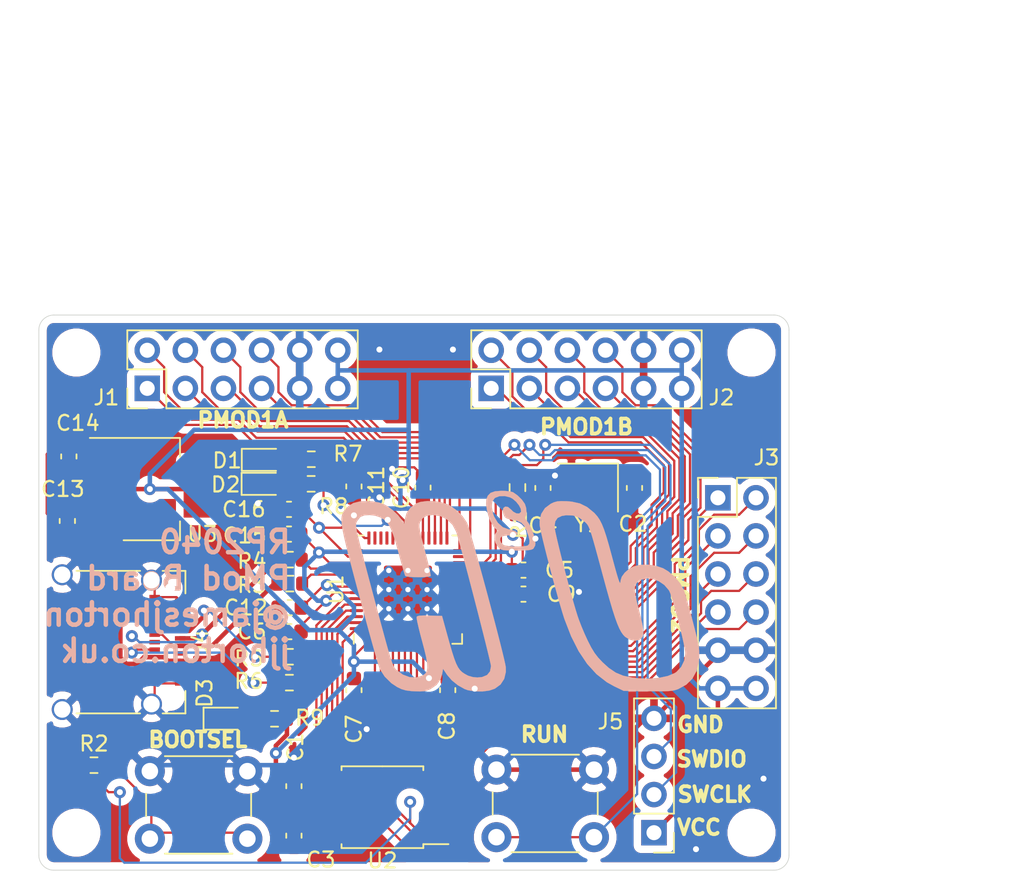
<source format=kicad_pcb>
(kicad_pcb (version 20171130) (host pcbnew 5.1.7-a382d34a88~90~ubuntu20.04.1)
  (layers (0 F.Cu signal) (31 B.Cu signal) (34 B.Paste user) (35 F.Paste user) (36 B.SilkS user hide) (37 F.SilkS user) (38 B.Mask user) (39 F.Mask user) (44 Edge.Cuts user))
  (net 0 "")
  (net 1 GND)
  (net 2 +3V3)
  (net 3 XIN)
  (net 4 +1V1)
  (net 5 GPIO_6)
  (net 6 GPIO_7)
  (net 7 GPIO_4)
  (net 8 GPIO_5)
  (net 9 GPIO_2)
  (net 10 GPIO_3)
  (net 11 GPIO_0)
  (net 12 GPIO_1)
  (net 13 USB_DP)
  (net 14 VBUS)
  (net 15 "Net-(J4-PadB5)")
  (net 16 "Net-(J4-PadB8)")
  (net 17 USB_DN)
  (net 18 "Net-(J4-PadA8)")
  (net 19 "Net-(J4-PadA5)")
  (net 20 GPIO_8)
  (net 21 GPIO_9)
  (net 22 GPIO_10)
  (net 23 GPIO_11)
  (net 24 GPIO_12)
  (net 25 GPIO_13)
  (net 26 GPIO_14)
  (net 27 GPIO_15)
  (net 28 XOUT)
  (net 29 SWCLK)
  (net 30 SWDIO)
  (net 31 Pico_Run)
  (net 32 GPIO_16)
  (net 33 GPIO_17)
  (net 34 GPIO_18)
  (net 35 GPIO_19)
  (net 36 GPIO_20)
  (net 37 GPIO_21)
  (net 38 GPIO_22)
  (net 39 GPIO_23)
  (net 40 GPIO_24)
  (net 41 "Net-(U1-Pad38)")
  (net 42 "Net-(U1-Pad39)")
  (net 43 "Net-(U1-Pad40)")
  (net 44 "Net-(U1-Pad41)")
  (net 45 "Net-(R4-Pad2)")
  (net 46 "Net-(R3-Pad2)")
  (net 47 QSPI_SD3)
  (net 48 QSPI_SCLK)
  (net 49 QSPI_SD0)
  (net 50 QSPI_SD2)
  (net 51 QSPI_SD1)
  (net 52 QSPI_SS)
  (net 53 "Net-(R2-Pad2)")
  (net 54 "Net-(C4-Pad1)")
  (net 55 "Net-(D1-Pad2)")
  (net 56 "Net-(D2-Pad2)")
  (net 57 "Net-(D3-Pad2)")
  (net 58 GPIO_25)
  (module jjh:Untitled (layer B.Cu) (at 155 76.25 180)
    (fp_text reference G*** hide)
    (fp_text value LOGO hide)
  )
  (module Resistor_SMD:R_0603_1608Metric (layer F.Cu) (at 138.71 83.91 180)
    (fp_text reference R9 (at -2.34 0.06) (layer F.SilkS))
    (fp_text value R hide)
    (pad 2 smd roundrect (at 0.825 0 180) (size 0.8 0.95) (layers F.Cu F.Paste F.Mask) (net 57 "Net-(D3-Pad2)"))
    (pad 1 smd roundrect (at -0.825 0 180) (size 0.8 0.95) (layers F.Cu F.Paste F.Mask) (net 2 +3V3))
  )
  (module LED_SMD:LED_0603_1608Metric (layer F.Cu) (at 135.4625 83.9)
    (fp_text reference D3 (at -1.4125 -1.7 90) (layer F.SilkS))
    (fp_text value LED hide)
    (pad 2 smd roundrect (at 0.7875 0) (size 0.875 0.95) (layers F.Cu F.Paste F.Mask) (net 57 "Net-(D3-Pad2)"))
    (pad 1 smd roundrect (at -0.7875 0) (size 0.875 0.95) (layers F.Cu F.Paste F.Mask) (net 1 GND))
  )
  (module Resistor_SMD:R_0603_1608Metric (layer F.Cu) (at 141.15 68.25 180)
    (fp_text reference R8 (at -1.5 -1.5) (layer F.SilkS))
    (fp_text value R hide)
    (pad 2 smd roundrect (at 0.825 0 180) (size 0.8 0.95) (layers F.Cu F.Paste F.Mask) (net 56 "Net-(D2-Pad2)"))
    (pad 1 smd roundrect (at -0.825 0 180) (size 0.8 0.95) (layers F.Cu F.Paste F.Mask) (net 58 GPIO_25))
  )
  (module LED_SMD:LED_0603_1608Metric (layer F.Cu) (at 138 68.25)
    (fp_text reference D2 (at -2.55 0.05 180) (layer F.SilkS))
    (fp_text value LED hide)
    (pad 2 smd roundrect (at 0.7875 0) (size 0.875 0.95) (layers F.Cu F.Paste F.Mask) (net 56 "Net-(D2-Pad2)"))
    (pad 1 smd roundrect (at -0.7875 0) (size 0.875 0.95) (layers F.Cu F.Paste F.Mask) (net 1 GND))
  )
  (module Resistor_SMD:R_0603_1608Metric (layer F.Cu) (at 141.16 66.61 180)
    (fp_text reference R7 (at -2.44 0.36) (layer F.SilkS))
    (fp_text value R hide)
    (pad 2 smd roundrect (at 0.825 0 180) (size 0.8 0.95) (layers F.Cu F.Paste F.Mask) (net 55 "Net-(D1-Pad2)"))
    (pad 1 smd roundrect (at -0.825 0 180) (size 0.8 0.95) (layers F.Cu F.Paste F.Mask) (net 40 GPIO_24))
  )
  (module LED_SMD:LED_0603_1608Metric (layer F.Cu) (at 138.0125 66.65)
    (fp_text reference D1 (at -2.4625 0.05) (layer F.SilkS))
    (fp_text value LED hide)
    (pad 2 smd roundrect (at 0.7875 0) (size 0.875 0.95) (layers F.Cu F.Paste F.Mask) (net 55 "Net-(D1-Pad2)"))
    (pad 1 smd roundrect (at -0.7875 0) (size 0.875 0.95) (layers F.Cu F.Paste F.Mask) (net 1 GND))
  )
  (module Capacitor_SMD:C_0603_1608Metric (layer F.Cu) (at 139.675 69.95 180)
    (fp_text reference C16 (at 3.01 0) (layer F.SilkS))
    (fp_text value 1u hide)
    (pad 2 smd roundrect (at 0.775 0 180) (size 0.9 0.95) (layers F.Cu F.Paste F.Mask) (net 1 GND))
    (pad 1 smd roundrect (at -0.775 0 180) (size 0.9 0.95) (layers F.Cu F.Paste F.Mask) (net 2 +3V3))
  )
  (module Capacitor_SMD:C_0603_1608Metric (layer F.Cu) (at 139.675 71.6 180)
    (fp_text reference C15 (at 2.95 -0.1) (layer F.SilkS))
    (fp_text value 1u hide)
    (pad 2 smd roundrect (at 0.775 0 180) (size 0.9 0.95) (layers F.Cu F.Paste F.Mask) (net 1 GND))
    (pad 1 smd roundrect (at -0.775 0 180) (size 0.9 0.95) (layers F.Cu F.Paste F.Mask) (net 4 +1V1))
  )
  (module Connector_PinHeader_2.54mm:PinHeader_1x04_P2.54mm_Vertical (layer F.Cu) (at 164 91.5 180)
    (fp_text reference J5 (at 2.9 7.4) (layer F.SilkS))
    (fp_text value Conn_01x04 hide)
    (pad 1 thru_hole rect (at 0 0 180) (size 1.7 1.7) (drill 1) (layers *.Cu *.Mask) (net 2 +3V3))
    (pad 2 thru_hole oval (at 0 2.54 180) (size 1.7 1.7) (drill 1) (layers *.Cu *.Mask) (net 29 SWCLK))
    (pad 3 thru_hole oval (at 0 5.08 180) (size 1.7 1.7) (drill 1) (layers *.Cu *.Mask) (net 30 SWDIO))
    (pad 4 thru_hole oval (at 0 7.62 180) (size 1.7 1.7) (drill 1) (layers *.Cu *.Mask) (net 1 GND))
  )
  (module Package_TO_SOT_SMD:SOT-223-3_TabPin2 (layer F.Cu) (at 130.5 68.6)
    (fp_text reference U3 (at 3.4 3) (layer F.SilkS))
    (fp_text value NCP1117-3.3_SOT223 hide)
    (pad 1 smd rect (at -3.15 -2.3) (size 2 1.5) (layers F.Cu F.Paste F.Mask) (net 1 GND))
    (pad 3 smd rect (at -3.15 2.3) (size 2 1.5) (layers F.Cu F.Paste F.Mask) (net 14 VBUS))
    (pad 2 smd rect (at -3.15 0) (size 2 1.5) (layers F.Cu F.Paste F.Mask) (net 2 +3V3))
    (pad 2 smd rect (at 3.15 0) (size 2 3.8) (layers F.Cu F.Paste F.Mask) (net 2 +3V3))
  )
  (module Capacitor_SMD:C_0603_1608Metric (layer F.Cu) (at 125 66.425 90)
    (fp_text reference C14 (at 2.225 0.6 180) (layer F.SilkS))
    (fp_text value 10u hide)
    (pad 2 smd roundrect (at 0.775 0 90) (size 0.9 0.95) (layers F.Cu F.Paste F.Mask) (net 1 GND))
    (pad 1 smd roundrect (at -0.775 0 90) (size 0.9 0.95) (layers F.Cu F.Paste F.Mask) (net 2 +3V3))
  )
  (module Capacitor_SMD:C_0603_1608Metric (layer F.Cu) (at 124.9 70.725 270)
    (fp_text reference C13 (at -2.125 0.3 180) (layer F.SilkS))
    (fp_text value 10u hide)
    (pad 2 smd roundrect (at 0.775 0 270) (size 0.9 0.95) (layers F.Cu F.Paste F.Mask) (net 1 GND))
    (pad 1 smd roundrect (at -0.775 0 270) (size 0.9 0.95) (layers F.Cu F.Paste F.Mask) (net 14 VBUS))
  )
  (module Crystal:Crystal_SMD_SeikoEpson_FA238-4Pin_3.2x2.5mm (layer F.Cu) (at 159.6 68.5 180)
    (fp_text reference Y1 (at 0 -2.45) (layer F.SilkS))
    (fp_text value 12MHz)
    (pad 4 smd rect (at -1.1 -0.8 180) (size 1.4 1.2) (layers F.Cu F.Paste F.Mask) (net 1 GND))
    (pad 3 smd rect (at 1.1 -0.8 180) (size 1.4 1.2) (layers F.Cu F.Paste F.Mask) (net 54 "Net-(C4-Pad1)"))
    (pad 2 smd rect (at 1.1 0.8 180) (size 1.4 1.2) (layers F.Cu F.Paste F.Mask) (net 1 GND))
    (pad 1 smd rect (at -1.1 0.8 180) (size 1.4 1.2) (layers F.Cu F.Paste F.Mask) (net 3 XIN))
  )
  (module Resistor_SMD:R_0603_1608Metric (layer F.Cu) (at 139.7 81.5)
    (fp_text reference R6 (at -2.7 -0.1) (layer F.SilkS))
    (fp_text value 5.1k hide)
    (pad 2 smd roundrect (at 0.825 0) (size 0.8 0.95) (layers F.Cu F.Paste F.Mask) (net 1 GND))
    (pad 1 smd roundrect (at -0.825 0) (size 0.8 0.95) (layers F.Cu F.Paste F.Mask) (net 15 "Net-(J4-PadB5)"))
  )
  (module Resistor_SMD:R_0603_1608Metric (layer F.Cu) (at 139.7 79.775 180)
    (fp_text reference R5 (at 2.7 -0.125) (layer F.SilkS))
    (fp_text value 5.1k hide)
    (pad 2 smd roundrect (at 0.825 0 180) (size 0.8 0.95) (layers F.Cu F.Paste F.Mask) (net 19 "Net-(J4-PadA5)"))
    (pad 1 smd roundrect (at -0.825 0 180) (size 0.8 0.95) (layers F.Cu F.Paste F.Mask) (net 1 GND))
  )
  (module Resistor_SMD:R_0603_1608Metric (layer F.Cu) (at 154.9 68.5 90)
    (fp_text reference R1 (at -2.475 0.1 90) (layer F.SilkS))
    (fp_text value 1K hide)
    (pad 2 smd roundrect (at 0.825 0 90) (size 0.8 0.95) (layers F.Cu F.Paste F.Mask) (net 54 "Net-(C4-Pad1)"))
    (pad 1 smd roundrect (at -0.825 0 90) (size 0.8 0.95) (layers F.Cu F.Paste F.Mask) (net 28 XOUT))
  )
  (module Package_SO:SOIC-8_5.23x5.23mm_P1.27mm (layer F.Cu) (at 145.9 89.8 180)
    (fp_text reference U2 (at 0 -3.56) (layer F.SilkS))
    (fp_text value W25Q128JVS hide)
    (pad 8 smd roundrect (at 3.6 -1.905 180) (size 1.6 0.6) (layers F.Cu F.Paste F.Mask) (net 2 +3V3))
    (pad 7 smd roundrect (at 3.6 -0.635 180) (size 1.6 0.6) (layers F.Cu F.Paste F.Mask) (net 47 QSPI_SD3))
    (pad 6 smd roundrect (at 3.6 0.635 180) (size 1.6 0.6) (layers F.Cu F.Paste F.Mask) (net 48 QSPI_SCLK))
    (pad 5 smd roundrect (at 3.6 1.905 180) (size 1.6 0.6) (layers F.Cu F.Paste F.Mask) (net 49 QSPI_SD0))
    (pad 4 smd roundrect (at -3.6 1.905 180) (size 1.6 0.6) (layers F.Cu F.Paste F.Mask) (net 1 GND))
    (pad 3 smd roundrect (at -3.6 0.635 180) (size 1.6 0.6) (layers F.Cu F.Paste F.Mask) (net 50 QSPI_SD2))
    (pad 2 smd roundrect (at -3.6 -0.635 180) (size 1.6 0.6) (layers F.Cu F.Paste F.Mask) (net 51 QSPI_SD1))
    (pad 1 smd roundrect (at -3.6 -1.905 180) (size 1.6 0.6) (layers F.Cu F.Paste F.Mask) (net 52 QSPI_SS))
  )
  (module Capacitor_SMD:C_0603_1608Metric (layer F.Cu) (at 155.3 75.6)
    (fp_text reference C9 (at 2.525 0) (layer F.SilkS))
    (fp_text value 100n hide)
    (pad 2 smd roundrect (at 0.775 0) (size 0.9 0.95) (layers F.Cu F.Paste F.Mask) (net 1 GND))
    (pad 1 smd roundrect (at -0.775 0) (size 0.9 0.95) (layers F.Cu F.Paste F.Mask) (net 2 +3V3))
  )
  (module Connector_USB:USB_C_Receptacle_Amphenol_12401610E4-2A_CircularHoles (layer F.Cu) (at 127.4 78.8 270)
    (fp_text reference J4 (at 0 -6.36 90) (layer F.SilkS))
    (fp_text value USB_C_Receptacle_USB2.0)
    (pad B12 smd rect (at -3 -3.32 270) (size 0.3 0.7) (layers F.Cu F.Paste F.Mask) (net 1 GND))
    (pad B11 smd rect (at -2.5 -3.32 270) (size 0.3 0.7) (layers F.Cu F.Paste F.Mask))
    (pad B10 smd rect (at -2 -3.32 270) (size 0.3 0.7) (layers F.Cu F.Paste F.Mask))
    (pad B9 smd rect (at -1.5 -3.32 270) (size 0.3 0.7) (layers F.Cu F.Paste F.Mask) (net 14 VBUS))
    (pad B8 smd rect (at -1 -3.32 270) (size 0.3 0.7) (layers F.Cu F.Paste F.Mask) (net 16 "Net-(J4-PadB8)"))
    (pad B7 smd rect (at -0.5 -3.32 270) (size 0.3 0.7) (layers F.Cu F.Paste F.Mask) (net 17 USB_DN))
    (pad B6 smd rect (at 0 -3.32 270) (size 0.3 0.7) (layers F.Cu F.Paste F.Mask) (net 13 USB_DP))
    (pad B5 smd rect (at 0.5 -3.32 270) (size 0.3 0.7) (layers F.Cu F.Paste F.Mask) (net 15 "Net-(J4-PadB5)"))
    (pad B4 smd rect (at 1 -3.32 270) (size 0.3 0.7) (layers F.Cu F.Paste F.Mask) (net 14 VBUS))
    (pad B3 smd rect (at 1.5 -3.32 270) (size 0.3 0.7) (layers F.Cu F.Paste F.Mask))
    (pad B2 smd rect (at 2 -3.32 270) (size 0.3 0.7) (layers F.Cu F.Paste F.Mask))
    (pad "" np_thru_hole circle (at -3.6 -4.36 270) (size 0.65 0.65) (drill 0.65) (layers *.Cu *.Mask))
    (pad "" np_thru_hole circle (at 3.6 -4.36 270) (size 0.95 0.95) (drill 0.95) (layers *.Cu *.Mask))
    (pad S1 thru_hole circle (at -4.49 2.84 270) (size 1.4 1.4) (drill 1.1) (layers *.Cu *.Mask) (net 1 GND))
    (pad S1 thru_hole circle (at 4.49 2.84 270) (size 1.4 1.4) (drill 1.1) (layers *.Cu *.Mask) (net 1 GND))
    (pad S1 thru_hole circle (at 4.13 -3.11 270) (size 1.4 1.4) (drill 1.1) (layers *.Cu *.Mask) (net 1 GND))
    (pad B1 smd rect (at 2.5 -3.32 270) (size 0.3 0.7) (layers F.Cu F.Paste F.Mask) (net 1 GND))
    (pad A11 smd rect (at 2.25 -5.02 270) (size 0.3 0.7) (layers F.Cu F.Paste F.Mask))
    (pad A8 smd rect (at 0.75 -5.02 270) (size 0.3 0.7) (layers F.Cu F.Paste F.Mask) (net 18 "Net-(J4-PadA8)"))
    (pad A9 smd rect (at 1.25 -5.02 270) (size 0.3 0.7) (layers F.Cu F.Paste F.Mask) (net 14 VBUS))
    (pad A10 smd rect (at 1.75 -5.02 270) (size 0.3 0.7) (layers F.Cu F.Paste F.Mask))
    (pad A12 smd rect (at 2.75 -5.02 270) (size 0.3 0.7) (layers F.Cu F.Paste F.Mask) (net 1 GND))
    (pad A7 smd rect (at 0.25 -5.02 270) (size 0.3 0.7) (layers F.Cu F.Paste F.Mask) (net 17 USB_DN))
    (pad A6 smd rect (at -0.25 -5.02 270) (size 0.3 0.7) (layers F.Cu F.Paste F.Mask) (net 13 USB_DP))
    (pad A5 smd rect (at -0.75 -5.02 270) (size 0.3 0.7) (layers F.Cu F.Paste F.Mask) (net 19 "Net-(J4-PadA5)"))
    (pad A4 smd rect (at -1.25 -5.02 270) (size 0.3 0.7) (layers F.Cu F.Paste F.Mask) (net 14 VBUS))
    (pad A3 smd rect (at -1.75 -5.02 270) (size 0.3 0.7) (layers F.Cu F.Paste F.Mask))
    (pad A2 smd rect (at -2.25 -5.02 270) (size 0.3 0.7) (layers F.Cu F.Paste F.Mask))
    (pad A1 smd rect (at -2.75 -5.02 270) (size 0.3 0.7) (layers F.Cu F.Paste F.Mask) (net 1 GND))
    (pad S1 thru_hole circle (at -4.13 -3.11 270) (size 1.4 1.4) (drill 1.1) (layers *.Cu *.Mask) (net 1 GND))
  )
  (module Button_Switch_THT:SW_PUSH_6mm_H4.3mm (layer F.Cu) (at 153.5 87.3)
    (fp_text reference SW2 hide)
    (fp_text value SW_Push hide)
    (pad 1 thru_hole circle (at 6.5 0 90) (size 2 2) (drill 1.1) (layers *.Cu *.Mask) (net 1 GND))
    (pad 2 thru_hole circle (at 6.5 4.5 90) (size 2 2) (drill 1.1) (layers *.Cu *.Mask) (net 31 Pico_Run))
    (pad 1 thru_hole circle (at 0 0 90) (size 2 2) (drill 1.1) (layers *.Cu *.Mask) (net 1 GND))
    (pad 2 thru_hole circle (at 0 4.5 90) (size 2 2) (drill 1.1) (layers *.Cu *.Mask) (net 31 Pico_Run))
  )
  (module Button_Switch_THT:SW_PUSH_6mm_H4.3mm (layer F.Cu) (at 130.4 87.4)
    (fp_text reference SW1 hide)
    (fp_text value SW_Push hide)
    (pad 1 thru_hole circle (at 6.5 0 90) (size 2 2) (drill 1.1) (layers *.Cu *.Mask) (net 1 GND))
    (pad 2 thru_hole circle (at 6.5 4.5 90) (size 2 2) (drill 1.1) (layers *.Cu *.Mask) (net 53 "Net-(R2-Pad2)"))
    (pad 1 thru_hole circle (at 0 0 90) (size 2 2) (drill 1.1) (layers *.Cu *.Mask) (net 1 GND))
    (pad 2 thru_hole circle (at 0 4.5 90) (size 2 2) (drill 1.1) (layers *.Cu *.Mask) (net 53 "Net-(R2-Pad2)"))
  )
  (module Resistor_SMD:R_0603_1608Metric (layer F.Cu) (at 126.675 87)
    (fp_text reference R2 (at 0 -1.43) (layer F.SilkS))
    (fp_text value 1K)
    (pad 2 smd roundrect (at 0.825 0) (size 0.8 0.95) (layers F.Cu F.Paste F.Mask) (net 53 "Net-(R2-Pad2)"))
    (pad 1 smd roundrect (at -0.825 0) (size 0.8 0.95) (layers F.Cu F.Paste F.Mask) (net 52 QSPI_SS))
  )
  (module MountingHole:MountingHole_2.2mm_M2 (layer F.Cu) (at 170.5 91.5)
    (fp_text reference REF** hide)
    (fp_text value MountingHole_2.2mm_M2 hide)
    (pad 1 np_thru_hole circle (at 0 0) (size 2.2 2.2) (drill 2.2) (layers *.Cu *.Mask))
  )
  (module MountingHole:MountingHole_2.2mm_M2 (layer F.Cu) (at 125.5 91.5)
    (fp_text reference REF** hide)
    (fp_text value MountingHole_2.2mm_M2 hide)
    (pad 1 np_thru_hole circle (at 0 0) (size 2.2 2.2) (drill 2.2) (layers *.Cu *.Mask))
  )
  (module MountingHole:MountingHole_2.2mm_M2 (layer F.Cu) (at 170.5 59.5)
    (fp_text reference REF** hide)
    (fp_text value MountingHole_2.2mm_M2 hide)
    (pad 1 np_thru_hole circle (at 0 0) (size 2.2 2.2) (drill 2.2) (layers *.Cu *.Mask))
  )
  (module MountingHole:MountingHole_2.2mm_M2 (layer F.Cu) (at 125.5 59.5)
    (fp_text reference REF** hide)
    (fp_text value MountingHole_2.2mm_M2 hide)
    (pad 1 np_thru_hole circle (at 0 0) (size 2.2 2.2) (drill 2.2) (layers *.Cu *.Mask))
  )
  (module Resistor_SMD:R_0603_1608Metric (layer F.Cu) (at 139.7 73.3)
    (fp_text reference R4 (at -2.5 0.1) (layer F.SilkS))
    (fp_text value 27 hide)
    (pad 2 smd roundrect (at 0.825 0) (size 0.8 0.95) (layers F.Cu F.Paste F.Mask) (net 45 "Net-(R4-Pad2)"))
    (pad 1 smd roundrect (at -0.825 0) (size 0.8 0.95) (layers F.Cu F.Paste F.Mask) (net 13 USB_DP))
  )
  (module Resistor_SMD:R_0603_1608Metric (layer F.Cu) (at 139.725 74.9)
    (fp_text reference R3 (at -2.525 0.1) (layer F.SilkS))
    (fp_text value 27 hide)
    (pad 2 smd roundrect (at 0.825 0) (size 0.8 0.95) (layers F.Cu F.Paste F.Mask) (net 46 "Net-(R3-Pad2)"))
    (pad 1 smd roundrect (at -0.825 0) (size 0.8 0.95) (layers F.Cu F.Paste F.Mask) (net 17 USB_DN))
  )
  (module RaspberryPi:RP2040-QFN-56 (layer F.Cu) (at 147.6 75.3 90)
    (fp_text reference U1 (at 0 -4.82 90) (layer F.SilkS))
    (fp_text value RP2040)
    (pad 57 smd roundrect (at 0 0 90) (size 3.2 3.2) (layers F.Cu F.Mask) (roundrect_rratio 0.045) (net 1 GND))
    (pad 57 thru_hole circle (at -1.275 -1.275 90) (size 0.6 0.6) (drill 0.35) (layers *.Cu) (net 1 GND))
    (pad 57 thru_hole circle (at 0 -1.275 90) (size 0.6 0.6) (drill 0.35) (layers *.Cu) (net 1 GND))
    (pad 57 thru_hole circle (at 1.275 -1.275 90) (size 0.6 0.6) (drill 0.35) (layers *.Cu) (net 1 GND))
    (pad 57 thru_hole circle (at -1.275 0 90) (size 0.6 0.6) (drill 0.35) (layers *.Cu) (net 1 GND))
    (pad 57 thru_hole circle (at 0 0 90) (size 0.6 0.6) (drill 0.35) (layers *.Cu) (net 1 GND))
    (pad 57 thru_hole circle (at 1.275 0 90) (size 0.6 0.6) (drill 0.35) (layers *.Cu) (net 1 GND))
    (pad 57 thru_hole circle (at -1.275 1.275 90) (size 0.6 0.6) (drill 0.35) (layers *.Cu) (net 1 GND))
    (pad 57 thru_hole circle (at 0 1.275 90) (size 0.6 0.6) (drill 0.35) (layers *.Cu) (net 1 GND))
    (pad 57 thru_hole circle (at 1.275 1.275 90) (size 0.6 0.6) (drill 0.35) (layers *.Cu) (net 1 GND))
    (pad 1 smd roundrect (at -3.4375 -2.6 90) (size 0.875 0.2) (layers F.Cu F.Paste F.Mask) (net 2 +3V3))
    (pad 2 smd roundrect (at -3.4375 -2.2 90) (size 0.875 0.2) (layers F.Cu F.Paste F.Mask) (net 11 GPIO_0))
    (pad 3 smd roundrect (at -3.4375 -1.8 90) (size 0.875 0.2) (layers F.Cu F.Paste F.Mask) (net 12 GPIO_1))
    (pad 4 smd roundrect (at -3.4375 -1.4 90) (size 0.875 0.2) (layers F.Cu F.Paste F.Mask) (net 9 GPIO_2))
    (pad 5 smd roundrect (at -3.4375 -1 90) (size 0.875 0.2) (layers F.Cu F.Paste F.Mask) (net 10 GPIO_3))
    (pad 6 smd roundrect (at -3.4375 -0.6 90) (size 0.875 0.2) (layers F.Cu F.Paste F.Mask) (net 7 GPIO_4))
    (pad 7 smd roundrect (at -3.4375 -0.2 90) (size 0.875 0.2) (layers F.Cu F.Paste F.Mask) (net 8 GPIO_5))
    (pad 8 smd roundrect (at -3.4375 0.2 90) (size 0.875 0.2) (layers F.Cu F.Paste F.Mask) (net 5 GPIO_6))
    (pad 9 smd roundrect (at -3.4375 0.6 90) (size 0.875 0.2) (layers F.Cu F.Paste F.Mask) (net 6 GPIO_7))
    (pad 10 smd roundrect (at -3.4375 1 90) (size 0.875 0.2) (layers F.Cu F.Paste F.Mask) (net 2 +3V3))
    (pad 11 smd roundrect (at -3.4375 1.4 90) (size 0.875 0.2) (layers F.Cu F.Paste F.Mask) (net 20 GPIO_8))
    (pad 12 smd roundrect (at -3.4375 1.8 90) (size 0.875 0.2) (layers F.Cu F.Paste F.Mask) (net 21 GPIO_9))
    (pad 13 smd roundrect (at -3.4375 2.2 90) (size 0.875 0.2) (layers F.Cu F.Paste F.Mask) (net 22 GPIO_10))
    (pad 14 smd roundrect (at -3.4375 2.6 90) (size 0.875 0.2) (layers F.Cu F.Paste F.Mask) (net 23 GPIO_11))
    (pad 15 smd roundrect (at -2.6 3.4375 90) (size 0.2 0.875) (layers F.Cu F.Paste F.Mask) (net 24 GPIO_12))
    (pad 16 smd roundrect (at -2.2 3.4375 90) (size 0.2 0.875) (layers F.Cu F.Paste F.Mask) (net 25 GPIO_13))
    (pad 17 smd roundrect (at -1.8 3.4375 90) (size 0.2 0.875) (layers F.Cu F.Paste F.Mask) (net 26 GPIO_14))
    (pad 18 smd roundrect (at -1.4 3.4375 90) (size 0.2 0.875) (layers F.Cu F.Paste F.Mask) (net 27 GPIO_15))
    (pad 19 smd roundrect (at -1 3.4375 90) (size 0.2 0.875) (layers F.Cu F.Paste F.Mask) (net 1 GND))
    (pad 20 smd roundrect (at -0.6 3.4375 90) (size 0.2 0.875) (layers F.Cu F.Paste F.Mask) (net 3 XIN))
    (pad 21 smd roundrect (at -0.2 3.4375 90) (size 0.2 0.875) (layers F.Cu F.Paste F.Mask) (net 28 XOUT))
    (pad 22 smd roundrect (at 0.2 3.4375 90) (size 0.2 0.875) (layers F.Cu F.Paste F.Mask) (net 2 +3V3))
    (pad 23 smd roundrect (at 0.6 3.4375 90) (size 0.2 0.875) (layers F.Cu F.Paste F.Mask) (net 4 +1V1))
    (pad 24 smd roundrect (at 1 3.4375 90) (size 0.2 0.875) (layers F.Cu F.Paste F.Mask) (net 29 SWCLK))
    (pad 25 smd roundrect (at 1.4 3.4375 90) (size 0.2 0.875) (layers F.Cu F.Paste F.Mask) (net 30 SWDIO))
    (pad 26 smd roundrect (at 1.8 3.4375 90) (size 0.2 0.875) (layers F.Cu F.Paste F.Mask) (net 31 Pico_Run))
    (pad 27 smd roundrect (at 2.2 3.4375 90) (size 0.2 0.875) (layers F.Cu F.Paste F.Mask) (net 32 GPIO_16))
    (pad 28 smd roundrect (at 2.6 3.4375 90) (size 0.2 0.875) (layers F.Cu F.Paste F.Mask) (net 33 GPIO_17))
    (pad 29 smd roundrect (at 3.4375 2.6 90) (size 0.875 0.2) (layers F.Cu F.Paste F.Mask) (net 34 GPIO_18))
    (pad 30 smd roundrect (at 3.4375 2.2 90) (size 0.875 0.2) (layers F.Cu F.Paste F.Mask) (net 35 GPIO_19))
    (pad 31 smd roundrect (at 3.4375 1.8 90) (size 0.875 0.2) (layers F.Cu F.Paste F.Mask) (net 36 GPIO_20))
    (pad 32 smd roundrect (at 3.4375 1.4 90) (size 0.875 0.2) (layers F.Cu F.Paste F.Mask) (net 37 GPIO_21))
    (pad 33 smd roundrect (at 3.4375 1 90) (size 0.875 0.2) (layers F.Cu F.Paste F.Mask) (net 2 +3V3))
    (pad 34 smd roundrect (at 3.4375 0.6 90) (size 0.875 0.2) (layers F.Cu F.Paste F.Mask) (net 38 GPIO_22))
    (pad 35 smd roundrect (at 3.4375 0.2 90) (size 0.875 0.2) (layers F.Cu F.Paste F.Mask) (net 39 GPIO_23))
    (pad 36 smd roundrect (at 3.4375 -0.2 90) (size 0.875 0.2) (layers F.Cu F.Paste F.Mask) (net 40 GPIO_24))
    (pad 37 smd roundrect (at 3.4375 -0.6 90) (size 0.875 0.2) (layers F.Cu F.Paste F.Mask) (net 58 GPIO_25))
    (pad 38 smd roundrect (at 3.4375 -1 90) (size 0.875 0.2) (layers F.Cu F.Paste F.Mask) (net 41 "Net-(U1-Pad38)"))
    (pad 39 smd roundrect (at 3.4375 -1.4 90) (size 0.875 0.2) (layers F.Cu F.Paste F.Mask) (net 42 "Net-(U1-Pad39)"))
    (pad 40 smd roundrect (at 3.4375 -1.8 90) (size 0.875 0.2) (layers F.Cu F.Paste F.Mask) (net 43 "Net-(U1-Pad40)"))
    (pad 41 smd roundrect (at 3.4375 -2.2 90) (size 0.875 0.2) (layers F.Cu F.Paste F.Mask) (net 44 "Net-(U1-Pad41)"))
    (pad 42 smd roundrect (at 3.4375 -2.6 90) (size 0.875 0.2) (layers F.Cu F.Paste F.Mask) (net 2 +3V3))
    (pad 43 smd roundrect (at 2.6 -3.4375 90) (size 0.2 0.875) (layers F.Cu F.Paste F.Mask) (net 2 +3V3))
    (pad 44 smd roundrect (at 2.2 -3.4375 90) (size 0.2 0.875) (layers F.Cu F.Paste F.Mask) (net 2 +3V3))
    (pad 45 smd roundrect (at 1.8 -3.4375 90) (size 0.2 0.875) (layers F.Cu F.Paste F.Mask) (net 4 +1V1))
    (pad 46 smd roundrect (at 1.4 -3.4375 90) (size 0.2 0.875) (layers F.Cu F.Paste F.Mask) (net 45 "Net-(R4-Pad2)"))
    (pad 47 smd roundrect (at 1 -3.4375 90) (size 0.2 0.875) (layers F.Cu F.Paste F.Mask) (net 46 "Net-(R3-Pad2)"))
    (pad 48 smd roundrect (at 0.6 -3.4375 90) (size 0.2 0.875) (layers F.Cu F.Paste F.Mask) (net 2 +3V3))
    (pad 49 smd roundrect (at 0.2 -3.4375 90) (size 0.2 0.875) (layers F.Cu F.Paste F.Mask) (net 2 +3V3))
    (pad 50 smd roundrect (at -0.2 -3.4375 90) (size 0.2 0.875) (layers F.Cu F.Paste F.Mask) (net 4 +1V1))
    (pad 51 smd roundrect (at -0.6 -3.4375 90) (size 0.2 0.875) (layers F.Cu F.Paste F.Mask) (net 47 QSPI_SD3))
    (pad 52 smd roundrect (at -1 -3.4375 90) (size 0.2 0.875) (layers F.Cu F.Paste F.Mask) (net 48 QSPI_SCLK))
    (pad 53 smd roundrect (at -1.4 -3.4375 90) (size 0.2 0.875) (layers F.Cu F.Paste F.Mask) (net 49 QSPI_SD0))
    (pad 54 smd roundrect (at -1.8 -3.4375 90) (size 0.2 0.875) (layers F.Cu F.Paste F.Mask) (net 50 QSPI_SD2))
    (pad 55 smd roundrect (at -2.2 -3.4375 90) (size 0.2 0.875) (layers F.Cu F.Paste F.Mask) (net 51 QSPI_SD1))
    (pad 56 smd roundrect (at -2.6 -3.4375 90) (size 0.2 0.875) (layers F.Cu F.Paste F.Mask) (net 52 QSPI_SS))
  )
  (module Connector_PinHeader_2.54mm:PinHeader_2x06_P2.54mm_Vertical (layer F.Cu) (at 168.26 69.18)
    (fp_text reference J3 (at 3.24 -2.68) (layer F.SilkS))
    (fp_text value Conn_02x06_Odd_Even hide)
    (pad 12 thru_hole oval (at 2.54 12.7) (size 1.7 1.7) (drill 1) (layers *.Cu *.Mask) (net 2 +3V3))
    (pad 11 thru_hole oval (at 0 12.7) (size 1.7 1.7) (drill 1) (layers *.Cu *.Mask) (net 2 +3V3))
    (pad 10 thru_hole oval (at 2.54 10.16) (size 1.7 1.7) (drill 1) (layers *.Cu *.Mask) (net 1 GND))
    (pad 9 thru_hole oval (at 0 10.16) (size 1.7 1.7) (drill 1) (layers *.Cu *.Mask) (net 1 GND))
    (pad 8 thru_hole oval (at 2.54 7.62) (size 1.7 1.7) (drill 1) (layers *.Cu *.Mask) (net 11 GPIO_0))
    (pad 7 thru_hole oval (at 0 7.62) (size 1.7 1.7) (drill 1) (layers *.Cu *.Mask) (net 12 GPIO_1))
    (pad 6 thru_hole oval (at 2.54 5.08) (size 1.7 1.7) (drill 1) (layers *.Cu *.Mask) (net 9 GPIO_2))
    (pad 5 thru_hole oval (at 0 5.08) (size 1.7 1.7) (drill 1) (layers *.Cu *.Mask) (net 10 GPIO_3))
    (pad 4 thru_hole oval (at 2.54 2.54) (size 1.7 1.7) (drill 1) (layers *.Cu *.Mask) (net 7 GPIO_4))
    (pad 3 thru_hole oval (at 0 2.54) (size 1.7 1.7) (drill 1) (layers *.Cu *.Mask) (net 8 GPIO_5))
    (pad 2 thru_hole oval (at 2.54 0) (size 1.7 1.7) (drill 1) (layers *.Cu *.Mask) (net 5 GPIO_6))
    (pad 1 thru_hole rect (at 0 0) (size 1.7 1.7) (drill 1) (layers *.Cu *.Mask) (net 6 GPIO_7))
  )
  (module Connector_PinHeader_2.54mm:PinHeader_2x06_P2.54mm_Vertical (layer F.Cu) (at 153.1493 61.8871 90)
    (fp_text reference J2 (at -0.6129 15.3507 180) (layer F.SilkS))
    (fp_text value Conn_02x06_Odd_Even hide)
    (pad 12 thru_hole oval (at 2.54 12.7 90) (size 1.7 1.7) (drill 1) (layers *.Cu *.Mask) (net 2 +3V3))
    (pad 11 thru_hole oval (at 0 12.7 90) (size 1.7 1.7) (drill 1) (layers *.Cu *.Mask) (net 2 +3V3))
    (pad 10 thru_hole oval (at 2.54 10.16 90) (size 1.7 1.7) (drill 1) (layers *.Cu *.Mask) (net 1 GND))
    (pad 9 thru_hole oval (at 0 10.16 90) (size 1.7 1.7) (drill 1) (layers *.Cu *.Mask) (net 1 GND))
    (pad 8 thru_hole oval (at 2.54 7.62 90) (size 1.7 1.7) (drill 1) (layers *.Cu *.Mask) (net 20 GPIO_8))
    (pad 7 thru_hole oval (at 0 7.62 90) (size 1.7 1.7) (drill 1) (layers *.Cu *.Mask) (net 21 GPIO_9))
    (pad 6 thru_hole oval (at 2.54 5.08 90) (size 1.7 1.7) (drill 1) (layers *.Cu *.Mask) (net 22 GPIO_10))
    (pad 5 thru_hole oval (at 0 5.08 90) (size 1.7 1.7) (drill 1) (layers *.Cu *.Mask) (net 23 GPIO_11))
    (pad 4 thru_hole oval (at 2.54 2.54 90) (size 1.7 1.7) (drill 1) (layers *.Cu *.Mask) (net 24 GPIO_12))
    (pad 3 thru_hole oval (at 0 2.54 90) (size 1.7 1.7) (drill 1) (layers *.Cu *.Mask) (net 25 GPIO_13))
    (pad 2 thru_hole oval (at 2.54 0 90) (size 1.7 1.7) (drill 1) (layers *.Cu *.Mask) (net 26 GPIO_14))
    (pad 1 thru_hole rect (at 0 0 90) (size 1.7 1.7) (drill 1) (layers *.Cu *.Mask) (net 27 GPIO_15))
  )
  (module Connector_PinHeader_2.54mm:PinHeader_2x06_P2.54mm_Vertical (layer F.Cu) (at 130.2258 61.8871 90)
    (fp_text reference J1 (at -0.6129 -2.7258 180) (layer F.SilkS))
    (fp_text value Conn_02x06_Odd_Even hide)
    (pad 12 thru_hole oval (at 2.54 12.7 90) (size 1.7 1.7) (drill 1) (layers *.Cu *.Mask) (net 2 +3V3))
    (pad 11 thru_hole oval (at 0 12.7 90) (size 1.7 1.7) (drill 1) (layers *.Cu *.Mask) (net 2 +3V3))
    (pad 10 thru_hole oval (at 2.54 10.16 90) (size 1.7 1.7) (drill 1) (layers *.Cu *.Mask) (net 1 GND))
    (pad 9 thru_hole oval (at 0 10.16 90) (size 1.7 1.7) (drill 1) (layers *.Cu *.Mask) (net 1 GND))
    (pad 8 thru_hole oval (at 2.54 7.62 90) (size 1.7 1.7) (drill 1) (layers *.Cu *.Mask) (net 32 GPIO_16))
    (pad 7 thru_hole oval (at 0 7.62 90) (size 1.7 1.7) (drill 1) (layers *.Cu *.Mask) (net 33 GPIO_17))
    (pad 6 thru_hole oval (at 2.54 5.08 90) (size 1.7 1.7) (drill 1) (layers *.Cu *.Mask) (net 34 GPIO_18))
    (pad 5 thru_hole oval (at 0 5.08 90) (size 1.7 1.7) (drill 1) (layers *.Cu *.Mask) (net 35 GPIO_19))
    (pad 4 thru_hole oval (at 2.54 2.54 90) (size 1.7 1.7) (drill 1) (layers *.Cu *.Mask) (net 36 GPIO_20))
    (pad 3 thru_hole oval (at 0 2.54 90) (size 1.7 1.7) (drill 1) (layers *.Cu *.Mask) (net 37 GPIO_21))
    (pad 2 thru_hole oval (at 2.54 0 90) (size 1.7 1.7) (drill 1) (layers *.Cu *.Mask) (net 38 GPIO_22))
    (pad 1 thru_hole rect (at 0 0 90) (size 1.7 1.7) (drill 1) (layers *.Cu *.Mask) (net 39 GPIO_23))
  )
  (module Capacitor_SMD:C_0603_1608Metric (layer F.Cu) (at 139.725 76.5 180)
    (fp_text reference C12 (at 2.925 0) (layer F.SilkS))
    (fp_text value 100n hide)
    (pad 2 smd roundrect (at 0.775 0 180) (size 0.9 0.95) (layers F.Cu F.Paste F.Mask) (net 1 GND))
    (pad 1 smd roundrect (at -0.775 0 180) (size 0.9 0.95) (layers F.Cu F.Paste F.Mask) (net 2 +3V3))
  )
  (module Capacitor_SMD:C_0603_1608Metric (layer F.Cu) (at 144 68.425 90)
    (fp_text reference C11 (at -0.075 1.5 90) (layer F.SilkS))
    (fp_text value 100n hide)
    (pad 2 smd roundrect (at 0.775 0 90) (size 0.9 0.95) (layers F.Cu F.Paste F.Mask) (net 1 GND))
    (pad 1 smd roundrect (at -0.775 0 90) (size 0.9 0.95) (layers F.Cu F.Paste F.Mask) (net 2 +3V3))
  )
  (module Capacitor_SMD:C_0603_1608Metric (layer F.Cu) (at 148.6 68.5 90)
    (fp_text reference C10 (at 0 -1.43 90) (layer F.SilkS))
    (fp_text value 100n hide)
    (pad 2 smd roundrect (at 0.775 0 90) (size 0.9 0.95) (layers F.Cu F.Paste F.Mask) (net 1 GND))
    (pad 1 smd roundrect (at -0.775 0 90) (size 0.9 0.95) (layers F.Cu F.Paste F.Mask) (net 2 +3V3))
  )
  (module Capacitor_SMD:C_0603_1608Metric (layer F.Cu) (at 150.25 82 270)
    (fp_text reference C8 (at 2.4 0.05 90) (layer F.SilkS))
    (fp_text value 100n hide)
    (pad 2 smd roundrect (at 0.775 0 270) (size 0.9 0.95) (layers F.Cu F.Paste F.Mask) (net 1 GND))
    (pad 1 smd roundrect (at -0.775 0 270) (size 0.9 0.95) (layers F.Cu F.Paste F.Mask) (net 2 +3V3))
  )
  (module Capacitor_SMD:C_0603_1608Metric (layer F.Cu) (at 144 82 270)
    (fp_text reference C7 (at 2.6 0 90) (layer F.SilkS))
    (fp_text value 100n hide)
    (pad 2 smd roundrect (at 0.775 0 270) (size 0.9 0.95) (layers F.Cu F.Paste F.Mask) (net 1 GND))
    (pad 1 smd roundrect (at -0.775 0 270) (size 0.9 0.95) (layers F.Cu F.Paste F.Mask) (net 2 +3V3))
  )
  (module Capacitor_SMD:C_0603_1608Metric (layer F.Cu) (at 139.7 78.1 180)
    (fp_text reference C6 (at 2.5 0) (layer F.SilkS))
    (fp_text value 100n hide)
    (pad 2 smd roundrect (at 0.775 0 180) (size 0.9 0.95) (layers F.Cu F.Paste F.Mask) (net 1 GND))
    (pad 1 smd roundrect (at -0.775 0 180) (size 0.9 0.95) (layers F.Cu F.Paste F.Mask) (net 4 +1V1))
  )
  (module Capacitor_SMD:C_0603_1608Metric (layer F.Cu) (at 155.3 74)
    (fp_text reference C5 (at 2.4 0) (layer F.SilkS))
    (fp_text value 100n hide)
    (pad 2 smd roundrect (at 0.775 0) (size 0.9 0.95) (layers F.Cu F.Paste F.Mask) (net 1 GND))
    (pad 1 smd roundrect (at -0.775 0) (size 0.9 0.95) (layers F.Cu F.Paste F.Mask) (net 4 +1V1))
  )
  (module Capacitor_SMD:C_0603_1608Metric (layer F.Cu) (at 156.6 68.525 90)
    (fp_text reference C4 (at -2.5 0 180) (layer F.SilkS))
    (fp_text value 20p hide)
    (pad 2 smd roundrect (at 0.775 0 90) (size 0.9 0.95) (layers F.Cu F.Paste F.Mask) (net 1 GND))
    (pad 1 smd roundrect (at -0.775 0 90) (size 0.9 0.95) (layers F.Cu F.Paste F.Mask) (net 54 "Net-(C4-Pad1)"))
  )
  (module Capacitor_SMD:C_0603_1608Metric (layer F.Cu) (at 140 91.7 270)
    (fp_text reference C3 (at 1.6 -1.8 180) (layer F.SilkS))
    (fp_text value 100n hide)
    (pad 2 smd roundrect (at 0.775 0 270) (size 0.9 0.95) (layers F.Cu F.Paste F.Mask) (net 1 GND))
    (pad 1 smd roundrect (at -0.775 0 270) (size 0.9 0.95) (layers F.Cu F.Paste F.Mask) (net 2 +3V3))
  )
  (module Capacitor_SMD:C_0603_1608Metric (layer F.Cu) (at 162.7 68.525 270)
    (fp_text reference C2 (at 2.4 0.1 180) (layer F.SilkS))
    (fp_text value 20p hide)
    (pad 2 smd roundrect (at 0.775 0 270) (size 0.9 0.95) (layers F.Cu F.Paste F.Mask) (net 1 GND))
    (pad 1 smd roundrect (at -0.775 0 270) (size 0.9 0.95) (layers F.Cu F.Paste F.Mask) (net 3 XIN))
  )
  (module Capacitor_SMD:C_0603_1608Metric (layer F.Cu) (at 140 88.4 90)
    (fp_text reference C1 (at 2.6 0.1 90) (layer F.SilkS))
    (fp_text value 2u2 hide)
    (pad 2 smd roundrect (at 0.775 0 90) (size 0.9 0.95) (layers F.Cu F.Paste F.Mask) (net 1 GND))
    (pad 1 smd roundrect (at -0.775 0 90) (size 0.9 0.95) (layers F.Cu F.Paste F.Mask) (net 2 +3V3))
  )
  (gr_text GND (at 167.1 84.3) (layer F.SilkS) (effects (font (size 1 1) (thickness 0.25))))
  (gr_text SWDIO (at 167.85 86.6) (layer F.SilkS) (effects (font (size 1 1) (thickness 0.25))))
  (gr_text "SWCLK\n" (at 168.05 88.95) (layer F.SilkS) (effects (font (size 1 1) (thickness 0.25))))
  (gr_text VCC (at 167 91.15) (layer F.SilkS) (effects (font (size 1 1) (thickness 0.25))))
  (gr_text PMOD1A (at 136.6 64) (layer F.SilkS) (effects (font (size 1 1) (thickness 0.25))))
  (gr_text PMOD1B (at 159.5 64.45) (layer F.SilkS) (effects (font (size 1 1) (thickness 0.25))))
  (gr_text PMOD2 (at 165.7 75.65 270) (layer F.SilkS) (effects (font (size 1 1) (thickness 0.25))))
  (gr_text BOOTSEL (at 133.6 85.3) (layer F.SilkS) (effects (font (size 1 1) (thickness 0.25))))
  (gr_text RUN (at 156.7 84.95) (layer F.SilkS) (effects (font (size 1 1) (thickness 0.25))))
  (gr_text "RP2040 \nPMod Board\n@jamesjhorton\njjhorton.co.uk" (at 139.95 75.75) (layer B.SilkS) (effects (font (size 1.5 1.5) (thickness 0.3)) (justify left mirror)))
  (gr_arc (start 124 58) (end 124 57) (angle -90) (layer Edge.Cuts) (width 0.05))
  (gr_arc (start 172 58) (end 173 58) (angle -90) (layer Edge.Cuts) (width 0.05))
  (gr_arc (start 172 93) (end 172 94) (angle -90) (layer Edge.Cuts) (width 0.05))
  (gr_arc (start 124 93) (end 123 93) (angle -90) (layer Edge.Cuts) (width 0.05))
  (gr_line (start 123 58) (end 123 93) (layer Edge.Cuts) (width 0.05))
  (gr_line (start 172 94) (end 124 94) (layer Edge.Cuts) (width 0.05))
  (gr_line (start 173 58) (end 173 93) (layer Edge.Cuts) (width 0.05))
  (gr_line (start 172 57) (end 124 57) (layer Edge.Cuts) (width 0.05))
  (via (at 145.7 69.15) (size 0.8) (drill 0.4) (layers F.Cu B.Cu) (net 1))
  (via (at 147.25 68) (size 0.8) (drill 0.4) (layers F.Cu B.Cu) (net 2))
  (via (at 146.55 67.25) (size 0.8) (drill 0.4) (layers F.Cu B.Cu) (net 1))
  (via (at 137.6 69.55) (size 0.8) (drill 0.4) (layers F.Cu B.Cu) (net 1))
  (segment (start 125.65 66.3) (end 125 65.65) (width 0.3) (layer F.Cu) (net 1))
  (segment (start 127.35 66.3) (end 125.65 66.3) (width 0.3) (layer F.Cu) (net 1))
  (segment (start 125 65.65) (end 124.25 65.65) (width 0.3) (layer F.Cu) (net 1))
  (segment (start 124.25 65.65) (end 123.6 66.3) (width 0.3) (layer F.Cu) (net 1))
  (segment (start 123.6 70.2) (end 124.9 71.5) (width 0.3) (layer F.Cu) (net 1))
  (segment (start 123.6 66.3) (end 123.6 70.2) (width 0.3) (layer F.Cu) (net 1))
  (segment (start 162.7 69.3) (end 160.7 69.3) (width 0.3) (layer F.Cu) (net 1))
  (segment (start 156.65 67.7) (end 156.6 67.75) (width 0.3) (layer F.Cu) (net 1))
  (via (at 159 75.45) (size 0.8) (drill 0.4) (layers F.Cu B.Cu) (net 1))
  (segment (start 157.4 67.7) (end 156.65 67.7) (width 0.3) (layer F.Cu) (net 1))
  (via (at 157.4 67.7) (size 0.8) (drill 0.4) (layers F.Cu B.Cu) (net 1))
  (segment (start 156.075 75.6) (end 156.075 74) (width 0.3) (layer F.Cu) (net 1))
  (via (at 156.1 71.9) (size 0.8) (drill 0.4) (layers F.Cu B.Cu) (net 1))
  (segment (start 156.075 71.925) (end 156.1 71.9) (width 0.3) (layer F.Cu) (net 1))
  (segment (start 156.075 74) (end 156.075 71.925) (width 0.3) (layer F.Cu) (net 1))
  (segment (start 158.6 76.765685) (end 158.6 76.2) (width 0.15) (layer F.Cu) (net 1))
  (segment (start 157.865665 77.50002) (end 158.6 76.765685) (width 0.15) (layer F.Cu) (net 1))
  (segment (start 153.610044 77.50002) (end 157.865665 77.50002) (width 0.15) (layer F.Cu) (net 1))
  (segment (start 152.435014 76.32499) (end 153.610044 77.50002) (width 0.15) (layer F.Cu) (net 1))
  (segment (start 151.22499 76.32499) (end 152.435014 76.32499) (width 0.15) (layer F.Cu) (net 1))
  (segment (start 151.2 76.3) (end 151.22499 76.32499) (width 0.15) (layer F.Cu) (net 1))
  (segment (start 151.0375 76.3) (end 151.2 76.3) (width 0.15) (layer F.Cu) (net 1))
  (segment (start 160.7 69.3) (end 160.7 69.794988) (width 0.15) (layer F.Cu) (net 1))
  (segment (start 158.6 71.894988) (end 158.6 76.2) (width 0.15) (layer F.Cu) (net 1))
  (segment (start 160.7 69.794988) (end 158.6 71.894988) (width 0.15) (layer F.Cu) (net 1))
  (segment (start 158.5 67.7) (end 157.4 67.7) (width 0.15) (layer F.Cu) (net 1))
  (segment (start 150.25 82.775) (end 151.175 82.775) (width 0.3) (layer F.Cu) (net 1))
  (segment (start 151.175 82.775) (end 152.05 81.9) (width 0.3) (layer F.Cu) (net 1))
  (segment (start 152.05 81.9) (end 152.05 81.9) (width 0.3) (layer F.Cu) (net 1))
  (via (at 152.05 81.9) (size 0.8) (drill 0.4) (layers F.Cu B.Cu) (net 1))
  (segment (start 144 82.775) (end 144 83.75) (width 0.3) (layer F.Cu) (net 1))
  (segment (start 144 83.75) (end 144.85 84.6) (width 0.3) (layer F.Cu) (net 1))
  (segment (start 144.85 84.6) (end 144.9 84.65) (width 0.3) (layer F.Cu) (net 1))
  (via (at 144.85 84.6) (size 0.8) (drill 0.4) (layers F.Cu B.Cu) (net 1))
  (segment (start 163.42 83.88) (end 164 83.88) (width 0.3) (layer F.Cu) (net 1))
  (segment (start 160 87.3) (end 163.42 83.88) (width 0.3) (layer F.Cu) (net 1))
  (segment (start 168.26 79.62) (end 168.26 79.34) (width 0.3) (layer F.Cu) (net 1))
  (segment (start 164 83.88) (end 168.26 79.62) (width 0.3) (layer F.Cu) (net 1))
  (segment (start 168.26 79.34) (end 170.8 79.34) (width 0.3) (layer F.Cu) (net 1))
  (segment (start 160 87.3) (end 153.5 87.3) (width 0.3) (layer F.Cu) (net 1))
  (segment (start 140.525 81.5) (end 140.525 79.775) (width 0.15) (layer F.Cu) (net 1))
  (segment (start 140.525 79.775) (end 140.175 79.775) (width 0.15) (layer F.Cu) (net 1))
  (segment (start 138.925 78.525) (end 138.925 78.1) (width 0.15) (layer F.Cu) (net 1))
  (segment (start 140.175 79.775) (end 138.925 78.525) (width 0.15) (layer F.Cu) (net 1))
  (segment (start 138.925 76.525) (end 138.95 76.5) (width 0.15) (layer F.Cu) (net 1))
  (segment (start 138.925 78.1) (end 138.925 76.525) (width 0.15) (layer F.Cu) (net 1))
  (segment (start 138.9 71.6) (end 138.9 69.95) (width 0.15) (layer F.Cu) (net 1))
  (segment (start 138.9 69.95) (end 138.9 69.9375) (width 0.15) (layer F.Cu) (net 1))
  (segment (start 137.2125 66.6625) (end 137.225 66.65) (width 0.15) (layer F.Cu) (net 1))
  (segment (start 137.2125 68.25) (end 137.2125 66.6625) (width 0.15) (layer F.Cu) (net 1))
  (segment (start 138.03125 69.11875) (end 138.08125 69.11875) (width 0.15) (layer F.Cu) (net 1))
  (segment (start 137.6 69.55) (end 138.03125 69.11875) (width 0.15) (layer F.Cu) (net 1))
  (segment (start 138.08125 69.11875) (end 137.2125 68.25) (width 0.15) (layer F.Cu) (net 1))
  (segment (start 138.9 69.9375) (end 138.08125 69.11875) (width 0.15) (layer F.Cu) (net 1))
  (segment (start 148.025 67.15) (end 148.6 67.725) (width 0.15) (layer F.Cu) (net 1))
  (segment (start 146.55 67.15) (end 148.025 67.15) (width 0.15) (layer F.Cu) (net 1))
  (segment (start 140 87.625) (end 140 86.5) (width 0.3) (layer F.Cu) (net 1))
  (segment (start 140 86.5) (end 140 86) (width 0.3) (layer F.Cu) (net 1))
  (via (at 140 86.5) (size 0.8) (drill 0.4) (layers F.Cu B.Cu) (net 1))
  (segment (start 139.5 87) (end 137 87) (width 0.3) (layer B.Cu) (net 1))
  (segment (start 140 86.5) (end 139.5 87) (width 0.3) (layer B.Cu) (net 1))
  (segment (start 137 87) (end 130.5 87) (width 0.3) (layer B.Cu) (net 1))
  (segment (start 130.97 81.55) (end 130.72 81.3) (width 0.15) (layer F.Cu) (net 1))
  (segment (start 132.42 81.55) (end 130.97 81.55) (width 0.15) (layer F.Cu) (net 1))
  (segment (start 130.72 82.72) (end 130.51 82.93) (width 0.15) (layer F.Cu) (net 1))
  (segment (start 130.72 81.3) (end 130.72 82.72) (width 0.15) (layer F.Cu) (net 1))
  (segment (start 132.17 75.8) (end 130.72 75.8) (width 0.15) (layer F.Cu) (net 1))
  (segment (start 132.42 76.05) (end 132.17 75.8) (width 0.15) (layer F.Cu) (net 1))
  (segment (start 130.72 74.88) (end 130.51 74.67) (width 0.15) (layer F.Cu) (net 1))
  (segment (start 130.72 75.8) (end 130.72 74.88) (width 0.15) (layer F.Cu) (net 1))
  (via (at 145.7 59.3) (size 0.8) (drill 0.4) (layers F.Cu B.Cu) (net 1))
  (via (at 150.6 59.3) (size 0.8) (drill 0.4) (layers F.Cu B.Cu) (net 1))
  (via (at 166.8 92.6) (size 0.8) (drill 0.4) (layers F.Cu B.Cu) (net 1))
  (via (at 171.3 87.9) (size 0.8) (drill 0.4) (layers F.Cu B.Cu) (net 1))
  (segment (start 145.7 69) (end 145.7 69.15) (width 0.15) (layer F.Cu) (net 1))
  (segment (start 144.35 67.65) (end 145.7 69) (width 0.15) (layer F.Cu) (net 1))
  (segment (start 144 67.65) (end 144.35 67.65) (width 0.15) (layer F.Cu) (net 1))
  (segment (start 145.7 68.1) (end 146.55 67.25) (width 0.15) (layer B.Cu) (net 1))
  (segment (start 145.7 69.15) (end 145.7 68.1) (width 0.15) (layer B.Cu) (net 1))
  (segment (start 140 90.925) (end 140.78 91.705) (width 0.15) (layer F.Cu) (net 2))
  (segment (start 140.78 91.705) (end 142.3 91.705) (width 0.15) (layer F.Cu) (net 2))
  (segment (start 140 89.175) (end 140 90.925) (width 0.15) (layer F.Cu) (net 2))
  (segment (start 144 79.7375) (end 145 78.7375) (width 0.15) (layer F.Cu) (net 2))
  (segment (start 144 81.225) (end 144 80.1) (width 0.15) (layer F.Cu) (net 2))
  (segment (start 144 80.1) (end 144 79.7375) (width 0.15) (layer F.Cu) (net 2))
  (via (at 144 80.1) (size 0.8) (drill 0.4) (layers F.Cu B.Cu) (net 2))
  (via (at 149 81.2) (size 0.8) (drill 0.4) (layers F.Cu B.Cu) (net 2))
  (segment (start 141.9 75.1) (end 140.5 76.5) (width 0.15) (layer F.Cu) (net 2))
  (segment (start 144.1625 75.1) (end 142.1 75.1) (width 0.15) (layer F.Cu) (net 2))
  (via (at 142.2 75) (size 0.8) (drill 0.4) (layers F.Cu B.Cu) (net 2))
  (segment (start 149.025 81.225) (end 149 81.2) (width 0.15) (layer F.Cu) (net 2))
  (segment (start 150.25 81.225) (end 149.025 81.225) (width 0.15) (layer F.Cu) (net 2))
  (segment (start 148.62499 80.82499) (end 149 81.2) (width 0.15) (layer F.Cu) (net 2))
  (segment (start 148.62499 79.02499) (end 148.62499 80.82499) (width 0.15) (layer F.Cu) (net 2))
  (segment (start 148.6 79) (end 148.62499 79.02499) (width 0.15) (layer F.Cu) (net 2))
  (segment (start 148.6 78.7375) (end 148.6 79) (width 0.15) (layer F.Cu) (net 2))
  (segment (start 126.4 68.6) (end 125 67.2) (width 0.3) (layer F.Cu) (net 2))
  (segment (start 127.35 68.6) (end 126.4 68.6) (width 0.3) (layer F.Cu) (net 2))
  (segment (start 127.35 68.6) (end 130.4 68.6) (width 0.3) (layer F.Cu) (net 2))
  (segment (start 154.525 75.6) (end 153.6 75.6) (width 0.15) (layer F.Cu) (net 2))
  (segment (start 153.1 75.1) (end 151.0375 75.1) (width 0.15) (layer F.Cu) (net 2))
  (segment (start 153.6 75.6) (end 153.1 75.1) (width 0.15) (layer F.Cu) (net 2))
  (via (at 154.6 71.65) (size 0.8) (drill 0.4) (layers F.Cu B.Cu) (net 2))
  (segment (start 154.64999 71.94999) (end 154.55 71.85) (width 0.15) (layer F.Cu) (net 2))
  (segment (start 168.26 87.24) (end 168.26 81.88) (width 0.3) (layer F.Cu) (net 2))
  (segment (start 164 91.5) (end 168.26 87.24) (width 0.3) (layer F.Cu) (net 2))
  (segment (start 148.6 71.75) (end 148.6 69.275) (width 0.15) (layer F.Cu) (net 2))
  (segment (start 148.6 71.8625) (end 148.6 71.75) (width 0.15) (layer F.Cu) (net 2))
  (segment (start 144.1625 73.1) (end 143.6 73.1) (width 0.15) (layer F.Cu) (net 2))
  (segment (start 144.1625 72.7) (end 143.2 72.7) (width 0.15) (layer F.Cu) (net 2))
  (segment (start 143 72.5) (end 141.675 71.175) (width 0.15) (layer F.Cu) (net 2))
  (segment (start 143.2 72.7) (end 143 72.5) (width 0.15) (layer F.Cu) (net 2))
  (segment (start 143.6 73.1) (end 143 72.5) (width 0.15) (layer F.Cu) (net 2))
  (segment (start 145 71.8625) (end 144.7125 71.8625) (width 0.15) (layer F.Cu) (net 2))
  (segment (start 144 71.15) (end 144 70.35) (width 0.15) (layer F.Cu) (net 2))
  (segment (start 144.7125 71.8625) (end 144 71.15) (width 0.15) (layer F.Cu) (net 2))
  (segment (start 170.8 81.88) (end 168.26 81.88) (width 0.3) (layer B.Cu) (net 2))
  (segment (start 168.26 81.88) (end 167.03 81.88) (width 0.3) (layer B.Cu) (net 2))
  (segment (start 165.8493 80.6993) (end 165.8493 61.8871) (width 0.3) (layer B.Cu) (net 2))
  (segment (start 167.03 81.88) (end 165.8493 80.6993) (width 0.3) (layer B.Cu) (net 2))
  (segment (start 165.8493 61.8871) (end 165.8493 60.7007) (width 0.3) (layer B.Cu) (net 2))
  (segment (start 165.8493 60.7007) (end 165.8493 59.3471) (width 0.3) (layer B.Cu) (net 2))
  (segment (start 165.8493 60.7007) (end 165.835699 60.687099) (width 0.3) (layer B.Cu) (net 2))
  (segment (start 142.9258 60.748398) (end 142.9258 61.8871) (width 0.3) (layer B.Cu) (net 2))
  (segment (start 142.987099 60.687099) (end 142.9258 60.748398) (width 0.3) (layer B.Cu) (net 2))
  (segment (start 142.9258 61.8871) (end 142.9258 59.3471) (width 0.3) (layer B.Cu) (net 2))
  (segment (start 139.535 83.91) (end 139.535 84.965) (width 0.3) (layer F.Cu) (net 2))
  (segment (start 139.535 84.965) (end 138.8 85.7) (width 0.3) (layer F.Cu) (net 2))
  (segment (start 138.8 85.7) (end 138.8 86.2) (width 0.3) (layer F.Cu) (net 2))
  (segment (start 139.825 89.35) (end 140 89.175) (width 0.3) (layer F.Cu) (net 2))
  (segment (start 138.8 89.35) (end 139.825 89.35) (width 0.3) (layer F.Cu) (net 2))
  (segment (start 148.525 69.275) (end 147.25 68) (width 0.15) (layer F.Cu) (net 2))
  (segment (start 148.6 69.275) (end 148.525 69.275) (width 0.15) (layer F.Cu) (net 2))
  (segment (start 141.675 71.175) (end 140.45 69.95) (width 0.15) (layer F.Cu) (net 2))
  (via (at 141.675 71.175) (size 0.8) (drill 0.4) (layers F.Cu B.Cu) (net 2))
  (segment (start 144 70.35) (end 144 69.2) (width 0.15) (layer F.Cu) (net 2))
  (via (at 144 70.35) (size 0.8) (drill 0.4) (layers F.Cu B.Cu) (net 2))
  (segment (start 144.450001 69.899999) (end 144 70.35) (width 0.3) (layer B.Cu) (net 2))
  (segment (start 147.100001 68.149999) (end 147.25 68) (width 0.3) (layer B.Cu) (net 2))
  (segment (start 147.100001 69.899999) (end 147.100001 68.149999) (width 0.3) (layer B.Cu) (net 2))
  (segment (start 147.100001 69.899999) (end 144.450001 69.899999) (width 0.3) (layer B.Cu) (net 2))
  (segment (start 147.25 68) (end 147.649999 67.600001) (width 0.3) (layer B.Cu) (net 2))
  (segment (start 147.649999 60.724199) (end 147.687099 60.687099) (width 0.3) (layer B.Cu) (net 2))
  (segment (start 147.687099 60.687099) (end 142.987099 60.687099) (width 0.3) (layer B.Cu) (net 2))
  (segment (start 165.835699 60.687099) (end 147.687099 60.687099) (width 0.3) (layer B.Cu) (net 2))
  (segment (start 130.4 68.6) (end 133.65 68.6) (width 0.3) (layer F.Cu) (net 2))
  (via (at 130.4 68.6) (size 0.8) (drill 0.4) (layers F.Cu B.Cu) (net 2))
  (segment (start 130.4 68.6) (end 130.4 67.6) (width 0.3) (layer B.Cu) (net 2))
  (segment (start 133.350001 64.649999) (end 147.649999 64.649999) (width 0.3) (layer B.Cu) (net 2))
  (segment (start 130.4 67.6) (end 133.350001 64.649999) (width 0.3) (layer B.Cu) (net 2))
  (segment (start 147.649999 64.649999) (end 147.649999 60.724199) (width 0.3) (layer B.Cu) (net 2))
  (segment (start 147.649999 67.600001) (end 147.649999 64.649999) (width 0.3) (layer B.Cu) (net 2))
  (segment (start 144 79) (end 144 80.1) (width 0.3) (layer B.Cu) (net 2))
  (segment (start 143 78) (end 144 79) (width 0.3) (layer B.Cu) (net 2))
  (segment (start 141 78) (end 143 78) (width 0.3) (layer B.Cu) (net 2))
  (segment (start 131.6 68.6) (end 141 78) (width 0.3) (layer B.Cu) (net 2))
  (segment (start 130.4 68.6) (end 131.6 68.6) (width 0.3) (layer B.Cu) (net 2))
  (segment (start 142.665685 75.1) (end 144 76.434315) (width 0.3) (layer B.Cu) (net 2))
  (segment (start 144 76.434315) (end 144 77) (width 0.3) (layer B.Cu) (net 2))
  (segment (start 144 77) (end 143 78) (width 0.3) (layer B.Cu) (net 2))
  (segment (start 147.9 80.1) (end 149 81.2) (width 0.3) (layer B.Cu) (net 2))
  (segment (start 144 80.1) (end 147.9 80.1) (width 0.3) (layer B.Cu) (net 2))
  (segment (start 138.8 86.2) (end 138.8 89.35) (width 0.3) (layer F.Cu) (net 2))
  (via (at 138.8 86.2) (size 0.8) (drill 0.4) (layers F.Cu B.Cu) (net 2))
  (segment (start 144 81) (end 144 80.1) (width 0.3) (layer B.Cu) (net 2))
  (segment (start 138.8 86.2) (end 144 81) (width 0.3) (layer B.Cu) (net 2))
  (segment (start 141.95 75.05) (end 142 75.1) (width 0.15) (layer F.Cu) (net 2))
  (segment (start 141.95 74.9) (end 141.95 75.05) (width 0.15) (layer F.Cu) (net 2))
  (segment (start 142 75.1) (end 141.9 75.1) (width 0.15) (layer F.Cu) (net 2))
  (segment (start 142.1 75.1) (end 142 75.1) (width 0.15) (layer F.Cu) (net 2))
  (segment (start 142.665685 75.1) (end 142.65 75.1) (width 0.3) (layer B.Cu) (net 2))
  (segment (start 142.45 74.9) (end 141.95 74.9) (width 0.3) (layer B.Cu) (net 2))
  (segment (start 142.65 75.1) (end 142.45 74.9) (width 0.3) (layer B.Cu) (net 2))
  (segment (start 152.849999 69.899999) (end 154.6 71.65) (width 0.3) (layer B.Cu) (net 2))
  (segment (start 147.100001 69.899999) (end 152.849999 69.899999) (width 0.3) (layer B.Cu) (net 2))
  (segment (start 155 71.65) (end 154.6 71.65) (width 0.15) (layer F.Cu) (net 2))
  (segment (start 155.25001 71.90001) (end 155 71.65) (width 0.15) (layer F.Cu) (net 2))
  (segment (start 155.25001 75.34999) (end 155.25001 71.90001) (width 0.15) (layer F.Cu) (net 2))
  (segment (start 155 75.6) (end 155.25001 75.34999) (width 0.15) (layer F.Cu) (net 2))
  (segment (start 154.525 75.6) (end 155 75.6) (width 0.15) (layer F.Cu) (net 2))
  (segment (start 143.175 71.175) (end 144 70.35) (width 0.15) (layer F.Cu) (net 2))
  (segment (start 141.675 71.175) (end 143.175 71.175) (width 0.15) (layer F.Cu) (net 2))
  (segment (start 160.75 67.75) (end 160.7 67.7) (width 0.3) (layer F.Cu) (net 3))
  (segment (start 162.7 67.75) (end 160.75 67.75) (width 0.3) (layer F.Cu) (net 3))
  (segment (start 159.85 67.7) (end 160.7 67.7) (width 0.15) (layer F.Cu) (net 3))
  (segment (start 159.724999 67.825001) (end 159.85 67.7) (width 0.15) (layer F.Cu) (net 3))
  (segment (start 159.724999 70.275001) (end 159.724999 67.825001) (width 0.15) (layer F.Cu) (net 3))
  (segment (start 157.95001 72.04999) (end 159.724999 70.275001) (width 0.15) (layer F.Cu) (net 3))
  (segment (start 157.95001 76.544978) (end 157.95001 72.04999) (width 0.15) (layer F.Cu) (net 3))
  (segment (start 153.755022 77.15001) (end 157.344978 77.15001) (width 0.15) (layer F.Cu) (net 3))
  (segment (start 157.344978 77.15001) (end 157.95001 76.544978) (width 0.15) (layer F.Cu) (net 3))
  (segment (start 152.505012 75.9) (end 153.755022 77.15001) (width 0.15) (layer F.Cu) (net 3))
  (segment (start 151.0375 75.9) (end 152.505012 75.9) (width 0.15) (layer F.Cu) (net 3))
  (segment (start 140.475 77.707124) (end 140.475 78.1) (width 0.15) (layer F.Cu) (net 4))
  (segment (start 142.141062 76.041062) (end 140.475 77.707124) (width 0.15) (layer F.Cu) (net 4))
  (via (at 142.141062 76.041062) (size 0.8) (drill 0.4) (layers F.Cu B.Cu) (net 4))
  (segment (start 142.682124 75.5) (end 144.1625 75.5) (width 0.15) (layer F.Cu) (net 4))
  (segment (start 142.141062 76.041062) (end 142.682124 75.5) (width 0.15) (layer F.Cu) (net 4))
  (segment (start 151.0375 74.7) (end 153 74.7) (width 0.15) (layer F.Cu) (net 4))
  (segment (start 153.7 74) (end 154.525 74) (width 0.15) (layer F.Cu) (net 4))
  (segment (start 153 74.7) (end 153.7 74) (width 0.15) (layer F.Cu) (net 4))
  (segment (start 154.525 74) (end 154.525 72.775) (width 0.15) (layer F.Cu) (net 4))
  (segment (start 154.525 72.775) (end 154.525 72.725) (width 0.15) (layer F.Cu) (net 4))
  (via (at 154.525 72.775) (size 0.8) (drill 0.4) (layers F.Cu B.Cu) (net 4))
  (segment (start 142.35 73.5) (end 141.675 72.825) (width 0.15) (layer F.Cu) (net 4))
  (segment (start 144.1625 73.5) (end 142.35 73.5) (width 0.15) (layer F.Cu) (net 4))
  (segment (start 141.675 72.825) (end 140.45 71.6) (width 0.15) (layer F.Cu) (net 4))
  (via (at 141.675 72.825) (size 0.8) (drill 0.4) (layers F.Cu B.Cu) (net 4))
  (segment (start 141.725 72.775) (end 141.675 72.825) (width 0.3) (layer B.Cu) (net 4))
  (segment (start 154.525 72.775) (end 141.725 72.775) (width 0.3) (layer B.Cu) (net 4))
  (segment (start 141.93106 76.041062) (end 142.141062 76.041062) (width 0.3) (layer B.Cu) (net 4))
  (segment (start 141.675 72.825) (end 141.275001 73.224999) (width 0.3) (layer B.Cu) (net 4))
  (segment (start 141.575377 76.041062) (end 140.7 75.165685) (width 0.3) (layer B.Cu) (net 4))
  (segment (start 142.141062 76.041062) (end 141.575377 76.041062) (width 0.3) (layer B.Cu) (net 4))
  (segment (start 140.7 73.8) (end 141.275001 73.224999) (width 0.3) (layer B.Cu) (net 4))
  (segment (start 140.7 75.165685) (end 140.7 73.8) (width 0.3) (layer B.Cu) (net 4))
  (segment (start 169.674999 70.305001) (end 170.8 69.18) (width 0.15) (layer F.Cu) (net 5))
  (segment (start 147.8 78.7375) (end 147.8 82.694988) (width 0.15) (layer F.Cu) (net 5))
  (segment (start 162.60006 79.39994) (end 165.734959 76.265041) (width 0.15) (layer F.Cu) (net 5))
  (segment (start 165.734959 76.265041) (end 165.734959 73.750053) (width 0.15) (layer F.Cu) (net 5))
  (segment (start 147.8 82.694988) (end 149.155022 84.05001) (width 0.15) (layer F.Cu) (net 5))
  (segment (start 156.715625 83.59994) (end 160.915625 79.39994) (width 0.15) (layer F.Cu) (net 5))
  (segment (start 151.744978 84.05001) (end 152.195048 83.59994) (width 0.15) (layer F.Cu) (net 5))
  (segment (start 166.992506 71.322492) (end 168.009997 70.305001) (width 0.15) (layer F.Cu) (net 5))
  (segment (start 152.195048 83.59994) (end 156.715625 83.59994) (width 0.15) (layer F.Cu) (net 5))
  (segment (start 160.915625 79.39994) (end 162.60006 79.39994) (width 0.15) (layer F.Cu) (net 5))
  (segment (start 165.734959 73.750053) (end 166.992506 72.492506) (width 0.15) (layer F.Cu) (net 5))
  (segment (start 168.009997 70.305001) (end 169.674999 70.305001) (width 0.15) (layer F.Cu) (net 5))
  (segment (start 149.155022 84.05001) (end 151.744978 84.05001) (width 0.15) (layer F.Cu) (net 5))
  (segment (start 166.992506 72.492506) (end 166.992506 71.322492) (width 0.15) (layer F.Cu) (net 5))
  (segment (start 166.642496 72.347528) (end 166.642496 70.797504) (width 0.15) (layer F.Cu) (net 6))
  (segment (start 159.149894 80.650106) (end 159.170471 80.650106) (width 0.15) (layer F.Cu) (net 6))
  (segment (start 148.2 82.6) (end 149.3 83.7) (width 0.15) (layer F.Cu) (net 6))
  (segment (start 149.3 83.7) (end 151.6 83.7) (width 0.15) (layer F.Cu) (net 6))
  (segment (start 159.170471 80.650106) (end 160.770647 79.04993) (width 0.15) (layer F.Cu) (net 6))
  (segment (start 166.642496 70.797504) (end 168.26 69.18) (width 0.15) (layer F.Cu) (net 6))
  (segment (start 151.6 83.7) (end 152.05007 83.24993) (width 0.15) (layer F.Cu) (net 6))
  (segment (start 162.455082 79.04993) (end 165.384949 76.120063) (width 0.15) (layer F.Cu) (net 6))
  (segment (start 152.05007 83.24993) (end 156.570647 83.24993) (width 0.15) (layer F.Cu) (net 6))
  (segment (start 156.570647 83.24993) (end 156.6 83.220577) (width 0.15) (layer F.Cu) (net 6))
  (segment (start 156.6 83.220577) (end 156.6 83.2) (width 0.15) (layer F.Cu) (net 6))
  (segment (start 165.384949 73.605075) (end 166.642496 72.347528) (width 0.15) (layer F.Cu) (net 6))
  (segment (start 156.6 83.2) (end 159.149894 80.650106) (width 0.15) (layer F.Cu) (net 6))
  (segment (start 160.770647 79.04993) (end 162.455082 79.04993) (width 0.15) (layer F.Cu) (net 6))
  (segment (start 148.2 78.7375) (end 148.2 82.6) (width 0.15) (layer F.Cu) (net 6))
  (segment (start 165.384949 76.120063) (end 165.384949 73.605075) (width 0.15) (layer F.Cu) (net 6))
  (segment (start 169.674999 72.845001) (end 170.8 71.72) (width 0.15) (layer F.Cu) (net 7))
  (segment (start 166.434979 74.420019) (end 168.009997 72.845001) (width 0.15) (layer F.Cu) (net 7))
  (segment (start 162.920088 80.09996) (end 166.434979 76.585069) (width 0.15) (layer F.Cu) (net 7))
  (segment (start 161.205581 80.09996) (end 162.920088 80.09996) (width 0.15) (layer F.Cu) (net 7))
  (segment (start 166.434979 76.585069) (end 166.434979 74.420019) (width 0.15) (layer F.Cu) (net 7))
  (segment (start 168.009997 72.845001) (end 169.674999 72.845001) (width 0.15) (layer F.Cu) (net 7))
  (segment (start 147 82.884964) (end 148.865062 84.750026) (width 0.15) (layer F.Cu) (net 7))
  (segment (start 147 78.7375) (end 147 82.884964) (width 0.15) (layer F.Cu) (net 7))
  (segment (start 152.034938 84.750026) (end 152.485004 84.29996) (width 0.15) (layer F.Cu) (net 7))
  (segment (start 148.865062 84.750026) (end 152.034938 84.750026) (width 0.15) (layer F.Cu) (net 7))
  (segment (start 152.485004 84.29996) (end 153.1 84.29996) (width 0.15) (layer F.Cu) (net 7))
  (segment (start 157.005581 84.29996) (end 161.205581 80.09996) (width 0.15) (layer F.Cu) (net 7))
  (segment (start 153.1 84.29996) (end 157.005581 84.29996) (width 0.15) (layer F.Cu) (net 7))
  (segment (start 161.205581 80.09996) (end 161.3 80.09996) (width 0.15) (layer F.Cu) (net 7))
  (segment (start 149.300002 84.400018) (end 149.010042 84.400018) (width 0.15) (layer F.Cu) (net 8))
  (segment (start 149.300004 84.400016) (end 149.300002 84.400018) (width 0.15) (layer F.Cu) (net 8))
  (segment (start 151.88996 84.400016) (end 149.300004 84.400016) (width 0.15) (layer F.Cu) (net 8))
  (segment (start 149.010042 84.400018) (end 147.4 82.789976) (width 0.15) (layer F.Cu) (net 8))
  (segment (start 161.060603 79.74995) (end 156.860603 83.94995) (width 0.15) (layer F.Cu) (net 8))
  (segment (start 166.084969 76.440091) (end 162.77511 79.74995) (width 0.15) (layer F.Cu) (net 8))
  (segment (start 166.084969 73.895031) (end 166.084969 76.440091) (width 0.15) (layer F.Cu) (net 8))
  (segment (start 147.4 82.789976) (end 147.4 78.7375) (width 0.15) (layer F.Cu) (net 8))
  (segment (start 152.340026 83.94995) (end 151.88996 84.400016) (width 0.15) (layer F.Cu) (net 8))
  (segment (start 156.860603 83.94995) (end 152.340026 83.94995) (width 0.15) (layer F.Cu) (net 8))
  (segment (start 162.77511 79.74995) (end 161.060603 79.74995) (width 0.15) (layer F.Cu) (net 8))
  (segment (start 168.26 71.72) (end 166.084969 73.895031) (width 0.15) (layer F.Cu) (net 8))
  (segment (start 167.814999 75.385001) (end 169.674999 75.385001) (width 0.15) (layer F.Cu) (net 9))
  (segment (start 167.134999 76.065001) (end 167.814999 75.385001) (width 0.15) (layer F.Cu) (net 9))
  (segment (start 167.134999 76.875025) (end 167.134999 76.065001) (width 0.15) (layer F.Cu) (net 9))
  (segment (start 163.210044 80.79998) (end 167.134999 76.875025) (width 0.15) (layer F.Cu) (net 9))
  (segment (start 169.674999 75.385001) (end 170.8 74.26) (width 0.15) (layer F.Cu) (net 9))
  (segment (start 161.50002 80.79998) (end 163.210044 80.79998) (width 0.15) (layer F.Cu) (net 9))
  (segment (start 161 81.3) (end 161.50002 80.79998) (width 0.15) (layer F.Cu) (net 9))
  (segment (start 160.995517 81.3) (end 161 81.3) (width 0.15) (layer F.Cu) (net 9))
  (segment (start 146.2 83.07494) (end 148.575106 85.450046) (width 0.15) (layer F.Cu) (net 9))
  (segment (start 146.2 78.7375) (end 146.2 83.07494) (width 0.15) (layer F.Cu) (net 9))
  (segment (start 152.324894 85.450046) (end 152.77496 84.99998) (width 0.15) (layer F.Cu) (net 9))
  (segment (start 148.575106 85.450046) (end 152.324894 85.450046) (width 0.15) (layer F.Cu) (net 9))
  (segment (start 157.295537 84.99998) (end 160.995517 81.3) (width 0.15) (layer F.Cu) (net 9))
  (segment (start 152.77496 84.99998) (end 157.295537 84.99998) (width 0.15) (layer F.Cu) (net 9))
  (segment (start 152.179916 85.100036) (end 148.720084 85.100036) (width 0.15) (layer F.Cu) (net 10))
  (segment (start 146.6 82.979952) (end 146.6 78.7375) (width 0.15) (layer F.Cu) (net 10))
  (segment (start 157.150559 84.64997) (end 152.629982 84.64997) (width 0.15) (layer F.Cu) (net 10))
  (segment (start 148.720084 85.100036) (end 146.6 82.979952) (width 0.15) (layer F.Cu) (net 10))
  (segment (start 166.784989 76.730047) (end 163.065066 80.44997) (width 0.15) (layer F.Cu) (net 10))
  (segment (start 152.629982 84.64997) (end 152.179916 85.100036) (width 0.15) (layer F.Cu) (net 10))
  (segment (start 161.350559 80.44997) (end 157.150559 84.64997) (width 0.15) (layer F.Cu) (net 10))
  (segment (start 163.065066 80.44997) (end 161.350559 80.44997) (width 0.15) (layer F.Cu) (net 10))
  (segment (start 166.784989 75.735011) (end 166.784989 76.730047) (width 0.15) (layer F.Cu) (net 10))
  (segment (start 168.26 74.26) (end 166.784989 75.735011) (width 0.15) (layer F.Cu) (net 10))
  (segment (start 169.674999 77.925001) (end 170.8 76.8) (width 0.15) (layer F.Cu) (net 11))
  (segment (start 167.074999 77.925001) (end 169.674999 77.925001) (width 0.15) (layer F.Cu) (net 11))
  (segment (start 148.28515 86.150066) (end 152.61485 86.150066) (width 0.15) (layer F.Cu) (net 11))
  (segment (start 145.4 83.264916) (end 148.28515 86.150066) (width 0.15) (layer F.Cu) (net 11))
  (segment (start 163.5 81.5) (end 167.074999 77.925001) (width 0.15) (layer F.Cu) (net 11))
  (segment (start 145.4 78.7375) (end 145.4 83.264916) (width 0.15) (layer F.Cu) (net 11))
  (segment (start 163.5 81.5) (end 161.789976 81.5) (width 0.15) (layer F.Cu) (net 11))
  (segment (start 161.789976 81.505012) (end 157.594988 85.7) (width 0.15) (layer F.Cu) (net 11))
  (segment (start 161.789976 81.5) (end 161.789976 81.505012) (width 0.15) (layer F.Cu) (net 11))
  (segment (start 153.064916 85.7) (end 152.61485 86.150066) (width 0.15) (layer F.Cu) (net 11))
  (segment (start 157.594988 85.7) (end 153.064916 85.7) (width 0.15) (layer F.Cu) (net 11))
  (segment (start 159.194988 83.6) (end 159.190505 83.6) (width 0.15) (layer F.Cu) (net 12))
  (segment (start 163.355022 81.14999) (end 161.644998 81.14999) (width 0.15) (layer F.Cu) (net 12))
  (segment (start 161.644998 81.14999) (end 159.194988 83.6) (width 0.15) (layer F.Cu) (net 12))
  (segment (start 167.705012 76.8) (end 163.355022 81.14999) (width 0.15) (layer F.Cu) (net 12))
  (segment (start 168.26 76.8) (end 167.705012 76.8) (width 0.15) (layer F.Cu) (net 12))
  (segment (start 145.8 83.169928) (end 145.8 78.7375) (width 0.15) (layer F.Cu) (net 12))
  (segment (start 152.469872 85.800056) (end 148.430128 85.800056) (width 0.15) (layer F.Cu) (net 12))
  (segment (start 152.919938 85.34999) (end 152.469872 85.800056) (width 0.15) (layer F.Cu) (net 12))
  (segment (start 157.45001 85.34999) (end 152.919938 85.34999) (width 0.15) (layer F.Cu) (net 12))
  (segment (start 159.194988 83.605012) (end 157.45001 85.34999) (width 0.15) (layer F.Cu) (net 12))
  (segment (start 148.430128 85.800056) (end 145.8 83.169928) (width 0.15) (layer F.Cu) (net 12))
  (segment (start 159.194988 83.6) (end 159.194988 83.605012) (width 0.15) (layer F.Cu) (net 12))
  (segment (start 138.875 73.3) (end 133.8875 78.2875) (width 0.3) (layer F.Cu) (net 13))
  (segment (start 133.625 78.55) (end 133.6375 78.5375) (width 0.15) (layer F.Cu) (net 13))
  (segment (start 132.42 78.55) (end 133.625 78.55) (width 0.3) (layer F.Cu) (net 13))
  (segment (start 133.8875 78.2875) (end 133.6375 78.5375) (width 0.3) (layer F.Cu) (net 13))
  (via (at 133.8875 78.2875) (size 0.8) (drill 0.4) (layers F.Cu B.Cu) (net 13))
  (via (at 129.2 78.4) (size 0.8) (drill 0.4) (layers F.Cu B.Cu) (net 13))
  (segment (start 129.3 78.4) (end 129.2 78.4) (width 0.15) (layer F.Cu) (net 13))
  (segment (start 129.7 78.8) (end 129.3 78.4) (width 0.15) (layer F.Cu) (net 13))
  (segment (start 130.72 78.8) (end 129.7 78.8) (width 0.15) (layer F.Cu) (net 13))
  (segment (start 129.3 78.4) (end 129.7 78.8) (width 0.15) (layer B.Cu) (net 13))
  (segment (start 129.2 78.4) (end 129.3 78.4) (width 0.15) (layer B.Cu) (net 13))
  (segment (start 133.375 78.8) (end 133.8875 78.2875) (width 0.15) (layer B.Cu) (net 13))
  (segment (start 129.7 78.8) (end 133.375 78.8) (width 0.15) (layer B.Cu) (net 13))
  (segment (start 127.35 74.58) (end 127.35 70.9) (width 0.3) (layer F.Cu) (net 14))
  (segment (start 130.72 77.3) (end 130.07 77.3) (width 0.3) (layer F.Cu) (net 14))
  (segment (start 131.350002 77.3) (end 130.72 77.3) (width 0.3) (layer F.Cu) (net 14))
  (segment (start 131.600002 77.55) (end 131.350002 77.3) (width 0.3) (layer F.Cu) (net 14))
  (segment (start 132.42 77.55) (end 131.600002 77.55) (width 0.3) (layer F.Cu) (net 14))
  (segment (start 125.85 70.9) (end 124.9 69.95) (width 0.3) (layer F.Cu) (net 14))
  (segment (start 127.35 70.9) (end 125.85 70.9) (width 0.3) (layer F.Cu) (net 14))
  (segment (start 131.350002 79.8) (end 130.72 79.8) (width 0.3) (layer F.Cu) (net 14))
  (segment (start 131.600002 80.05) (end 131.350002 79.8) (width 0.3) (layer F.Cu) (net 14))
  (segment (start 132.42 80.05) (end 131.600002 80.05) (width 0.3) (layer F.Cu) (net 14))
  (segment (start 128.435 79.845002) (end 128.435 75.665) (width 0.3) (layer F.Cu) (net 14))
  (segment (start 128.839999 80.250001) (end 128.435 79.845002) (width 0.3) (layer F.Cu) (net 14))
  (segment (start 129.560001 80.250001) (end 128.839999 80.250001) (width 0.3) (layer F.Cu) (net 14))
  (segment (start 130.010002 79.8) (end 129.560001 80.250001) (width 0.3) (layer F.Cu) (net 14))
  (segment (start 130.72 79.8) (end 130.010002 79.8) (width 0.3) (layer F.Cu) (net 14))
  (segment (start 128.435 75.665) (end 127.35 74.58) (width 0.3) (layer F.Cu) (net 14))
  (segment (start 130.07 77.3) (end 128.435 75.665) (width 0.3) (layer F.Cu) (net 14))
  (segment (start 130.72 79.3) (end 129.4 79.3) (width 0.15) (layer F.Cu) (net 15))
  (segment (start 129.4 79.3) (end 129.2 79.5) (width 0.15) (layer F.Cu) (net 15))
  (segment (start 129.2 79.5) (end 129.2 79.5) (width 0.15) (layer F.Cu) (net 15))
  (via (at 129.2 79.5) (size 0.8) (drill 0.4) (layers F.Cu B.Cu) (net 15))
  (segment (start 138.875 81.5) (end 137.3 81.5) (width 0.15) (layer F.Cu) (net 15))
  (segment (start 137.3 81.5) (end 137.3 81.5) (width 0.15) (layer F.Cu) (net 15))
  (via (at 137.3 81.5) (size 0.8) (drill 0.4) (layers F.Cu B.Cu) (net 15))
  (segment (start 137.3 81.5) (end 135.3 79.5) (width 0.15) (layer B.Cu) (net 15))
  (segment (start 131.7 79.5) (end 129.2 79.5) (width 0.15) (layer B.Cu) (net 15))
  (segment (start 135.3 79.5) (end 131.7 79.5) (width 0.15) (layer B.Cu) (net 15))
  (segment (start 138.7 74.9) (end 134.55 79.05) (width 0.3) (layer F.Cu) (net 17))
  (segment (start 138.9 74.9) (end 138.7 74.9) (width 0.3) (layer F.Cu) (net 17))
  (segment (start 132.42 79.05) (end 134.55 79.05) (width 0.3) (layer F.Cu) (net 17))
  (segment (start 131.97 79.05) (end 132.42 79.05) (width 0.15) (layer F.Cu) (net 17))
  (segment (start 131.22 78.3) (end 131.97 79.05) (width 0.15) (layer F.Cu) (net 17))
  (segment (start 130.72 78.3) (end 131.22 78.3) (width 0.15) (layer F.Cu) (net 17))
  (segment (start 133.014998 78.05) (end 134 77.064998) (width 0.3) (layer F.Cu) (net 19))
  (segment (start 132.42 78.05) (end 133.014998 78.05) (width 0.3) (layer F.Cu) (net 19))
  (segment (start 134 77.064998) (end 134 76.7) (width 0.3) (layer F.Cu) (net 19))
  (segment (start 134 76.7) (end 134 76.7) (width 0.3) (layer F.Cu) (net 19))
  (via (at 134 76.7) (size 0.8) (drill 0.4) (layers F.Cu B.Cu) (net 19))
  (segment (start 138.875 79.775) (end 137.425 79.775) (width 0.15) (layer F.Cu) (net 19))
  (segment (start 137.425 79.775) (end 137.325 79.775) (width 0.15) (layer F.Cu) (net 19))
  (via (at 137.425 79.775) (size 0.8) (drill 0.4) (layers F.Cu B.Cu) (net 19))
  (segment (start 134.35 76.7) (end 134 76.7) (width 0.15) (layer B.Cu) (net 19))
  (segment (start 137.425 79.775) (end 134.35 76.7) (width 0.15) (layer B.Cu) (net 19))
  (segment (start 149 79.42461) (end 149.77541 80.20002) (width 0.15) (layer F.Cu) (net 20))
  (segment (start 149 78.7375) (end 149 79.42461) (width 0.15) (layer F.Cu) (net 20))
  (segment (start 149.77541 80.20002) (end 151.7 80.20002) (width 0.15) (layer F.Cu) (net 20))
  (segment (start 152.331168 80.300098) (end 159.025491 80.300098) (width 0.15) (layer F.Cu) (net 20))
  (segment (start 152.23109 80.20002) (end 152.331168 80.300098) (width 0.15) (layer F.Cu) (net 20))
  (segment (start 151.7 80.20002) (end 152.23109 80.20002) (width 0.15) (layer F.Cu) (net 20))
  (segment (start 160.70008 78.69992) (end 165.034939 74.365061) (width 0.15) (layer F.Cu) (net 20))
  (segment (start 160.625669 78.69992) (end 160.70008 78.69992) (width 0.15) (layer F.Cu) (net 20))
  (segment (start 159.025491 80.300098) (end 160.625669 78.69992) (width 0.15) (layer F.Cu) (net 20))
  (segment (start 165.034939 74.365061) (end 165.034939 74.15) (width 0.15) (layer F.Cu) (net 20))
  (segment (start 161.894301 60.472101) (end 160.7693 59.3471) (width 0.15) (layer F.Cu) (net 20))
  (segment (start 161.894301 62.137103) (end 161.894301 60.472101) (width 0.15) (layer F.Cu) (net 20))
  (segment (start 162.769299 63.012101) (end 161.894301 62.137103) (width 0.15) (layer F.Cu) (net 20))
  (segment (start 167.1 65.990176) (end 164.121925 63.012101) (width 0.15) (layer F.Cu) (net 20))
  (segment (start 167.1 69.845012) (end 167.1 65.990176) (width 0.15) (layer F.Cu) (net 20))
  (segment (start 166.292486 70.652526) (end 167.1 69.845012) (width 0.15) (layer F.Cu) (net 20))
  (segment (start 164.121925 63.012101) (end 162.769299 63.012101) (width 0.15) (layer F.Cu) (net 20))
  (segment (start 166.292486 72.007514) (end 166.292486 70.652526) (width 0.15) (layer F.Cu) (net 20))
  (segment (start 165.034939 73.265061) (end 166.292486 72.007514) (width 0.15) (layer F.Cu) (net 20))
  (segment (start 165.034939 74.265061) (end 165.034939 73.265061) (width 0.15) (layer F.Cu) (net 20))
  (segment (start 149.4 79.329622) (end 149.920388 79.85001) (width 0.15) (layer F.Cu) (net 21))
  (segment (start 149.4 78.7375) (end 149.4 79.329622) (width 0.15) (layer F.Cu) (net 21))
  (segment (start 149.920388 79.85001) (end 151.7 79.85001) (width 0.15) (layer F.Cu) (net 21))
  (segment (start 152.476148 79.95009) (end 158.880511 79.95009) (width 0.15) (layer F.Cu) (net 21))
  (segment (start 152.376068 79.85001) (end 152.476148 79.95009) (width 0.15) (layer F.Cu) (net 21))
  (segment (start 151.7 79.85001) (end 152.376068 79.85001) (width 0.15) (layer F.Cu) (net 21))
  (segment (start 149.920388 79.85001) (end 149.42499 79.354612) (width 0.15) (layer F.Cu) (net 21))
  (segment (start 152.376068 79.85001) (end 149.920388 79.85001) (width 0.15) (layer F.Cu) (net 21))
  (segment (start 160.480691 78.34991) (end 160.555102 78.34991) (width 0.15) (layer F.Cu) (net 21))
  (segment (start 158.880511 79.95009) (end 160.480691 78.34991) (width 0.15) (layer F.Cu) (net 21))
  (segment (start 160.555102 78.34991) (end 164.684929 74.220083) (width 0.15) (layer F.Cu) (net 21))
  (segment (start 164.684929 73.120083) (end 164.949992 72.85502) (width 0.15) (layer F.Cu) (net 21))
  (segment (start 164.684929 74.220083) (end 164.684929 73.120083) (width 0.15) (layer F.Cu) (net 21))
  (segment (start 165.377506 72.427506) (end 165.55007 72.254942) (width 0.15) (layer F.Cu) (net 21))
  (segment (start 164.949992 72.85502) (end 165.377506 72.427506) (width 0.15) (layer F.Cu) (net 21))
  (segment (start 162.244311 63.362111) (end 160.7693 61.8871) (width 0.15) (layer F.Cu) (net 21))
  (segment (start 166.74999 66.135154) (end 163.976947 63.362111) (width 0.15) (layer F.Cu) (net 21))
  (segment (start 166.74999 69.700034) (end 166.74999 66.135154) (width 0.15) (layer F.Cu) (net 21))
  (segment (start 163.976947 63.362111) (end 162.244311 63.362111) (width 0.15) (layer F.Cu) (net 21))
  (segment (start 165.942476 70.507548) (end 166.74999 69.700034) (width 0.15) (layer F.Cu) (net 21))
  (segment (start 165.942476 71.862536) (end 165.942476 70.507548) (width 0.15) (layer F.Cu) (net 21))
  (segment (start 165.377506 72.427506) (end 165.942476 71.862536) (width 0.15) (layer F.Cu) (net 21))
  (segment (start 149.8 79.234634) (end 150.065366 79.5) (width 0.15) (layer F.Cu) (net 22))
  (segment (start 149.8 78.7375) (end 149.8 79.234634) (width 0.15) (layer F.Cu) (net 22))
  (segment (start 150.065366 79.5) (end 151.7 79.5) (width 0.15) (layer F.Cu) (net 22))
  (segment (start 152.621126 79.60008) (end 158.735533 79.60008) (width 0.15) (layer F.Cu) (net 22))
  (segment (start 152.521046 79.5) (end 152.621126 79.60008) (width 0.15) (layer F.Cu) (net 22))
  (segment (start 151.7 79.5) (end 152.521046 79.5) (width 0.15) (layer F.Cu) (net 22))
  (segment (start 158.735533 79.60008) (end 158.735535 79.600078) (width 0.15) (layer F.Cu) (net 22))
  (segment (start 159.354301 62.137103) (end 159.354301 60.472101) (width 0.15) (layer F.Cu) (net 22))
  (segment (start 158.735533 79.60008) (end 160.335711 77.999902) (width 0.15) (layer F.Cu) (net 22))
  (segment (start 160.335711 77.999902) (end 160.410122 77.999902) (width 0.15) (layer F.Cu) (net 22))
  (segment (start 164.005012 74.394988) (end 164.334919 74.065081) (width 0.15) (layer F.Cu) (net 22))
  (segment (start 166.39998 69.555056) (end 166.39998 66.280132) (width 0.15) (layer F.Cu) (net 22))
  (segment (start 164.334919 74.065081) (end 164.334919 72.975105) (width 0.15) (layer F.Cu) (net 22))
  (segment (start 165.592466 70.36257) (end 166.39998 69.555056) (width 0.15) (layer F.Cu) (net 22))
  (segment (start 160.410122 77.999902) (end 164.005012 74.405012) (width 0.15) (layer F.Cu) (net 22))
  (segment (start 164.005012 74.405012) (end 164.005012 74.394988) (width 0.15) (layer F.Cu) (net 22))
  (segment (start 163.831969 63.712121) (end 160.929319 63.712121) (width 0.15) (layer F.Cu) (net 22))
  (segment (start 164.334919 72.975105) (end 165.592466 71.717558) (width 0.15) (layer F.Cu) (net 22))
  (segment (start 165.592466 71.717558) (end 165.592466 70.36257) (width 0.15) (layer F.Cu) (net 22))
  (segment (start 159.354301 60.472101) (end 158.2293 59.3471) (width 0.15) (layer F.Cu) (net 22))
  (segment (start 166.39998 66.280132) (end 163.831969 63.712121) (width 0.15) (layer F.Cu) (net 22))
  (segment (start 160.929319 63.712121) (end 159.354301 62.137103) (width 0.15) (layer F.Cu) (net 22))
  (segment (start 150.2 78.7375) (end 150.6 79.1375) (width 0.15) (layer F.Cu) (net 23))
  (segment (start 150.6375 79.1375) (end 150.64999 79.14999) (width 0.15) (layer F.Cu) (net 23))
  (segment (start 150.6 79.1375) (end 150.6375 79.1375) (width 0.15) (layer F.Cu) (net 23))
  (segment (start 158.60931 61.8871) (end 158.2293 61.8871) (width 0.15) (layer F.Cu) (net 23))
  (segment (start 160.784341 64.062131) (end 158.60931 61.8871) (width 0.15) (layer F.Cu) (net 23))
  (segment (start 163.686991 64.062131) (end 160.784341 64.062131) (width 0.15) (layer F.Cu) (net 23))
  (segment (start 163.357518 74.542482) (end 163.984909 73.915091) (width 0.15) (layer F.Cu) (net 23))
  (segment (start 150.6 79.1375) (end 152.653534 79.1375) (width 0.15) (layer F.Cu) (net 23))
  (segment (start 158.590555 79.25007) (end 160.190731 77.649894) (width 0.15) (layer F.Cu) (net 23))
  (segment (start 165.242456 70.217592) (end 166.04997 69.410078) (width 0.15) (layer F.Cu) (net 23))
  (segment (start 166.04997 66.42511) (end 163.686991 64.062131) (width 0.15) (layer F.Cu) (net 23))
  (segment (start 163.357518 74.557518) (end 163.357518 74.542482) (width 0.15) (layer F.Cu) (net 23))
  (segment (start 160.190731 77.649894) (end 160.265142 77.649894) (width 0.15) (layer F.Cu) (net 23))
  (segment (start 160.265142 77.649894) (end 163.357518 74.557518) (width 0.15) (layer F.Cu) (net 23))
  (segment (start 163.984909 73.915091) (end 163.984909 72.830127) (width 0.15) (layer F.Cu) (net 23))
  (segment (start 163.984909 72.830127) (end 165.242456 71.57258) (width 0.15) (layer F.Cu) (net 23))
  (segment (start 152.766104 79.25007) (end 158.590555 79.25007) (width 0.15) (layer F.Cu) (net 23))
  (segment (start 165.242456 71.57258) (end 165.242456 70.217592) (width 0.15) (layer F.Cu) (net 23))
  (segment (start 152.653534 79.1375) (end 152.766104 79.25007) (width 0.15) (layer F.Cu) (net 23))
  (segment (start 166.04997 69.410078) (end 166.04997 66.42511) (width 0.15) (layer F.Cu) (net 23))
  (segment (start 151.0375 77.9) (end 151.911022 77.9) (width 0.15) (layer F.Cu) (net 24))
  (segment (start 158.445577 78.90006) (end 158.445581 78.900056) (width 0.15) (layer F.Cu) (net 24))
  (segment (start 152.911082 78.90006) (end 158.445577 78.90006) (width 0.15) (layer F.Cu) (net 24))
  (segment (start 151.911022 77.9) (end 152.911082 78.90006) (width 0.15) (layer F.Cu) (net 24))
  (segment (start 156.814301 60.472101) (end 155.6893 59.3471) (width 0.15) (layer F.Cu) (net 24))
  (segment (start 156.814301 62.137103) (end 156.814301 60.472101) (width 0.15) (layer F.Cu) (net 24))
  (segment (start 157.977198 63.3) (end 156.814301 62.137103) (width 0.15) (layer F.Cu) (net 24))
  (segment (start 159.527222 63.3) (end 157.977198 63.3) (width 0.15) (layer F.Cu) (net 24))
  (segment (start 162.95 74.455012) (end 163.634899 73.770113) (width 0.15) (layer F.Cu) (net 24))
  (segment (start 160.045751 77.299886) (end 160.120162 77.299886) (width 0.15) (layer F.Cu) (net 24))
  (segment (start 162.95 74.470048) (end 162.95 74.455012) (width 0.15) (layer F.Cu) (net 24))
  (segment (start 160.120162 77.299886) (end 162.95 74.470048) (width 0.15) (layer F.Cu) (net 24))
  (segment (start 163.634899 73.770113) (end 163.634899 72.685149) (width 0.15) (layer F.Cu) (net 24))
  (segment (start 163.542013 64.412141) (end 160.639363 64.412141) (width 0.15) (layer F.Cu) (net 24))
  (segment (start 165.69996 66.570088) (end 163.542013 64.412141) (width 0.15) (layer F.Cu) (net 24))
  (segment (start 164.892446 71.427602) (end 164.892446 70.072614) (width 0.15) (layer F.Cu) (net 24))
  (segment (start 158.445577 78.90006) (end 160.045751 77.299886) (width 0.15) (layer F.Cu) (net 24))
  (segment (start 160.639363 64.412141) (end 159.527222 63.3) (width 0.15) (layer F.Cu) (net 24))
  (segment (start 164.892446 70.072614) (end 165.69996 69.2651) (width 0.15) (layer F.Cu) (net 24))
  (segment (start 163.634899 72.685149) (end 164.892446 71.427602) (width 0.15) (layer F.Cu) (net 24))
  (segment (start 165.69996 69.2651) (end 165.69996 66.570088) (width 0.15) (layer F.Cu) (net 24))
  (segment (start 152.00601 77.5) (end 152.824991 78.318981) (width 0.15) (layer F.Cu) (net 25))
  (segment (start 151.0375 77.5) (end 152.00601 77.5) (width 0.15) (layer F.Cu) (net 25))
  (segment (start 158.300599 78.55005) (end 158.300601 78.550048) (width 0.15) (layer F.Cu) (net 25))
  (segment (start 153.05606 78.55005) (end 158.300599 78.55005) (width 0.15) (layer F.Cu) (net 25))
  (segment (start 152.824991 78.318981) (end 153.05606 78.55005) (width 0.15) (layer F.Cu) (net 25))
  (segment (start 159.900771 76.949878) (end 159.975182 76.949878) (width 0.15) (layer F.Cu) (net 25))
  (segment (start 158.300599 78.55005) (end 159.900771 76.949878) (width 0.15) (layer F.Cu) (net 25))
  (segment (start 159.975182 76.949878) (end 162.26253 74.66253) (width 0.15) (layer F.Cu) (net 25))
  (segment (start 163.284889 73.625135) (end 163.284889 72.540171) (width 0.15) (layer F.Cu) (net 25))
  (segment (start 163.284889 72.540171) (end 163.54996 72.2751) (width 0.15) (layer F.Cu) (net 25))
  (segment (start 162.26253 74.66253) (end 162.26253 74.647494) (width 0.15) (layer F.Cu) (net 25))
  (segment (start 162.26253 74.647494) (end 163.284889 73.625135) (width 0.15) (layer F.Cu) (net 25))
  (segment (start 163.54996 72.2751) (end 164.15003 71.67503) (width 0.15) (layer F.Cu) (net 25))
  (segment (start 164.542436 69.927636) (end 164.54244 69.927632) (width 0.15) (layer F.Cu) (net 25))
  (segment (start 164.542436 71.257564) (end 164.542436 69.927636) (width 0.15) (layer F.Cu) (net 25))
  (segment (start 164.15003 71.67503) (end 164.150032 71.675028) (width 0.15) (layer F.Cu) (net 25))
  (segment (start 164.150032 71.675028) (end 164.542436 71.282624) (width 0.15) (layer F.Cu) (net 25))
  (segment (start 164.542436 71.282624) (end 164.542436 71.15) (width 0.15) (layer F.Cu) (net 25))
  (segment (start 163.417442 64.782558) (end 158.584758 64.782558) (width 0.15) (layer F.Cu) (net 25))
  (segment (start 165.34995 66.715066) (end 163.417442 64.782558) (width 0.15) (layer F.Cu) (net 25))
  (segment (start 158.584758 64.782558) (end 155.6893 61.8871) (width 0.15) (layer F.Cu) (net 25))
  (segment (start 165.34995 69.120122) (end 165.34995 66.715066) (width 0.15) (layer F.Cu) (net 25))
  (segment (start 164.542436 69.927636) (end 165.34995 69.120122) (width 0.15) (layer F.Cu) (net 25))
  (segment (start 164.99994 66.860044) (end 164.589886 66.44999) (width 0.15) (layer F.Cu) (net 26))
  (segment (start 151.0375 77.1) (end 152.100998 77.1) (width 0.15) (layer F.Cu) (net 26))
  (segment (start 159.755791 76.59987) (end 159.830202 76.59987) (width 0.15) (layer F.Cu) (net 26))
  (segment (start 152.100998 77.1) (end 153.201038 78.20004) (width 0.15) (layer F.Cu) (net 26))
  (segment (start 164.192426 71.137646) (end 164.192426 69.782658) (width 0.15) (layer F.Cu) (net 26))
  (segment (start 153.201038 78.20004) (end 158.155621 78.20004) (width 0.15) (layer F.Cu) (net 26))
  (segment (start 162.792397 72.537675) (end 164.192426 71.137646) (width 0.15) (layer F.Cu) (net 26))
  (segment (start 158.155621 78.20004) (end 159.755791 76.59987) (width 0.15) (layer F.Cu) (net 26))
  (segment (start 159.830202 76.59987) (end 161.740036 74.690036) (width 0.15) (layer F.Cu) (net 26))
  (segment (start 162.792397 73.6) (end 162.792397 72.537675) (width 0.15) (layer F.Cu) (net 26))
  (segment (start 161.740036 74.690036) (end 161.740036 74.652361) (width 0.15) (layer F.Cu) (net 26))
  (segment (start 164.99994 68.975144) (end 164.99994 66.860044) (width 0.15) (layer F.Cu) (net 26))
  (segment (start 161.740036 74.652361) (end 162.792397 73.6) (width 0.15) (layer F.Cu) (net 26))
  (segment (start 164.192426 69.782658) (end 164.99994 68.975144) (width 0.15) (layer F.Cu) (net 26))
  (segment (start 154.564299 60.762099) (end 153.1493 59.3471) (width 0.15) (layer F.Cu) (net 26))
  (segment (start 154.564299 62.427101) (end 155.487198 63.35) (width 0.15) (layer F.Cu) (net 26))
  (segment (start 154.564299 60.762099) (end 154.564299 62.427101) (width 0.15) (layer F.Cu) (net 26))
  (segment (start 156.657212 63.35) (end 158.43978 65.132568) (width 0.15) (layer F.Cu) (net 26))
  (segment (start 155.487198 63.35) (end 156.657212 63.35) (width 0.15) (layer F.Cu) (net 26))
  (segment (start 158.43978 65.132568) (end 163.272464 65.132568) (width 0.15) (layer F.Cu) (net 26))
  (segment (start 163.272464 65.132568) (end 164.744948 66.605052) (width 0.15) (layer F.Cu) (net 26))
  (segment (start 153.52931 61.8871) (end 153.1493 61.8871) (width 0.15) (layer F.Cu) (net 27))
  (segment (start 155.34222 63.70001) (end 153.52931 61.8871) (width 0.15) (layer F.Cu) (net 27))
  (segment (start 156.512234 63.70001) (end 155.34222 63.70001) (width 0.15) (layer F.Cu) (net 27))
  (segment (start 158.294802 65.482578) (end 156.512234 63.70001) (width 0.15) (layer F.Cu) (net 27))
  (segment (start 163.127486 65.482578) (end 158.294802 65.482578) (width 0.15) (layer F.Cu) (net 27))
  (segment (start 151.0375 76.7) (end 152.205012 76.7) (width 0.15) (layer F.Cu) (net 27))
  (segment (start 152.205012 76.7) (end 153.355042 77.85003) (width 0.15) (layer F.Cu) (net 27))
  (segment (start 164.64993 68.830166) (end 164.64993 67.005022) (width 0.15) (layer F.Cu) (net 27))
  (segment (start 164.64993 67.005022) (end 163.127486 65.482578) (width 0.15) (layer F.Cu) (net 27))
  (segment (start 153.355042 77.85003) (end 158.010643 77.85003) (width 0.15) (layer F.Cu) (net 27))
  (segment (start 159.685224 76.24986) (end 160.917542 75.017542) (width 0.15) (layer F.Cu) (net 27))
  (segment (start 163.842416 69.63768) (end 164.64993 68.830166) (width 0.15) (layer F.Cu) (net 27))
  (segment (start 160.917542 75.017542) (end 160.917542 74.979867) (width 0.15) (layer F.Cu) (net 27))
  (segment (start 159.610813 76.24986) (end 159.685224 76.24986) (width 0.15) (layer F.Cu) (net 27))
  (segment (start 162.442387 73.455022) (end 162.442387 72.392697) (width 0.15) (layer F.Cu) (net 27))
  (segment (start 158.010643 77.85003) (end 159.610813 76.24986) (width 0.15) (layer F.Cu) (net 27))
  (segment (start 162.442387 72.392697) (end 163.842416 70.992668) (width 0.15) (layer F.Cu) (net 27))
  (segment (start 160.917542 74.979867) (end 162.442387 73.455022) (width 0.15) (layer F.Cu) (net 27))
  (segment (start 163.842416 70.992668) (end 163.842416 69.63768) (width 0.15) (layer F.Cu) (net 27))
  (segment (start 157.6 72.025) (end 154.9 69.325) (width 0.15) (layer F.Cu) (net 28))
  (segment (start 157.6 76.4) (end 157.6 72.025) (width 0.15) (layer F.Cu) (net 28))
  (segment (start 157.2 76.8) (end 157.6 76.4) (width 0.15) (layer F.Cu) (net 28))
  (segment (start 153.9 76.8) (end 157.2 76.8) (width 0.15) (layer F.Cu) (net 28))
  (segment (start 152.6 75.5) (end 153.9 76.8) (width 0.15) (layer F.Cu) (net 28))
  (segment (start 151.0375 75.5) (end 152.6 75.5) (width 0.15) (layer F.Cu) (net 28))
  (segment (start 151.0375 74.3) (end 152.8 74.3) (width 0.15) (layer F.Cu) (net 29))
  (segment (start 152.8 74.3) (end 152.9 74.3) (width 0.15) (layer F.Cu) (net 29))
  (segment (start 152.9 74.3) (end 153.8 73.4) (width 0.15) (layer F.Cu) (net 29))
  (via (at 156.75 65.65) (size 0.8) (drill 0.4) (layers F.Cu B.Cu) (net 29))
  (segment (start 153.8 67.628234) (end 153.8 73.4) (width 0.15) (layer F.Cu) (net 29))
  (segment (start 154.428244 66.99999) (end 153.8 67.628234) (width 0.15) (layer F.Cu) (net 29))
  (segment (start 156.20001 66.99999) (end 154.428244 66.99999) (width 0.15) (layer F.Cu) (net 29))
  (segment (start 156.75002 65.64998) (end 156.75 65.65) (width 0.15) (layer B.Cu) (net 29))
  (segment (start 163.739956 65.64998) (end 156.75002 65.64998) (width 0.15) (layer B.Cu) (net 29))
  (segment (start 165.100018 67.010042) (end 163.739956 65.64998) (width 0.15) (layer B.Cu) (net 29))
  (segment (start 165.100018 69.539958) (end 165.100018 67.010042) (width 0.15) (layer B.Cu) (net 29))
  (segment (start 163.575019 71.064957) (end 165.100018 69.539958) (width 0.15) (layer B.Cu) (net 29))
  (segment (start 163.575019 81.230029) (end 163.575019 71.064957) (width 0.15) (layer B.Cu) (net 29))
  (segment (start 165.475009 83.130019) (end 163.575019 81.230029) (width 0.15) (layer B.Cu) (net 29))
  (segment (start 165.475009 87.484991) (end 165.475009 83.130019) (width 0.15) (layer B.Cu) (net 29))
  (segment (start 164 88.96) (end 165.475009 87.484991) (width 0.15) (layer B.Cu) (net 29))
  (segment (start 156.625 65.775) (end 156.75 65.65) (width 0.15) (layer F.Cu) (net 29))
  (segment (start 156.625 66.575) (end 156.625 65.775) (width 0.15) (layer F.Cu) (net 29))
  (segment (start 156.625 66.575) (end 156.20001 66.99999) (width 0.15) (layer F.Cu) (net 29))
  (via (at 155.7 65.65) (size 0.8) (drill 0.4) (layers F.Cu B.Cu) (net 30))
  (segment (start 156.375001 66.325001) (end 155.7 65.65) (width 0.15) (layer B.Cu) (net 30))
  (segment (start 157.074001 66.325001) (end 156.375001 66.325001) (width 0.15) (layer B.Cu) (net 30))
  (segment (start 157.399012 65.99999) (end 157.074001 66.325001) (width 0.15) (layer B.Cu) (net 30))
  (segment (start 163.594978 65.99999) (end 157.399012 65.99999) (width 0.15) (layer B.Cu) (net 30))
  (segment (start 164.75001 69.394978) (end 164.75001 67.155022) (width 0.15) (layer B.Cu) (net 30))
  (segment (start 164.75001 67.155022) (end 163.594978 65.99999) (width 0.15) (layer B.Cu) (net 30))
  (segment (start 163.225009 70.919979) (end 164.75001 69.394978) (width 0.15) (layer B.Cu) (net 30))
  (segment (start 163.225009 81.375007) (end 163.225009 70.919979) (width 0.15) (layer B.Cu) (net 30))
  (segment (start 165.125001 83.274999) (end 163.225009 81.375007) (width 0.15) (layer B.Cu) (net 30))
  (segment (start 165.125001 85.294999) (end 165.125001 83.274999) (width 0.15) (layer B.Cu) (net 30))
  (segment (start 164 86.42) (end 165.125001 85.294999) (width 0.15) (layer B.Cu) (net 30))
  (segment (start 155.344976 66.005024) (end 155.7 65.65) (width 0.15) (layer F.Cu) (net 30))
  (segment (start 153.44999 73.255022) (end 152.805012 73.9) (width 0.15) (layer F.Cu) (net 30))
  (segment (start 153.44999 67.483256) (end 153.44999 73.255022) (width 0.15) (layer F.Cu) (net 30))
  (segment (start 152.805012 73.9) (end 151.0375 73.9) (width 0.15) (layer F.Cu) (net 30))
  (segment (start 154.608245 66.325001) (end 153.44999 67.483256) (width 0.15) (layer F.Cu) (net 30))
  (segment (start 155.024999 66.325001) (end 154.608245 66.325001) (width 0.15) (layer F.Cu) (net 30))
  (segment (start 155.7 65.65) (end 155.024999 66.325001) (width 0.15) (layer F.Cu) (net 30))
  (segment (start 160 91.8) (end 153.5 91.8) (width 0.15) (layer F.Cu) (net 31))
  (segment (start 154.7 65.65) (end 154.7 65.65) (width 0.15) (layer B.Cu) (net 31))
  (via (at 154.7 65.65) (size 0.8) (drill 0.4) (layers F.Cu B.Cu) (net 31))
  (segment (start 152.69998 73.5) (end 153.09998 73.1) (width 0.15) (layer F.Cu) (net 31))
  (segment (start 151.0375 73.5) (end 152.69998 73.5) (width 0.15) (layer F.Cu) (net 31))
  (segment (start 157.218979 66.675011) (end 155.725011 66.675011) (width 0.15) (layer B.Cu) (net 31))
  (segment (start 155.725011 66.675011) (end 154.7 65.65) (width 0.15) (layer B.Cu) (net 31))
  (segment (start 157.54399 66.35) (end 157.218979 66.675011) (width 0.15) (layer B.Cu) (net 31))
  (segment (start 163.45 66.35) (end 157.54399 66.35) (width 0.15) (layer B.Cu) (net 31))
  (segment (start 162.874999 70.775001) (end 164.4 69.25) (width 0.15) (layer B.Cu) (net 31))
  (segment (start 164.4 67.3) (end 163.45 66.35) (width 0.15) (layer B.Cu) (net 31))
  (segment (start 164.4 69.25) (end 164.4 67.3) (width 0.15) (layer B.Cu) (net 31))
  (segment (start 162.874999 88.925001) (end 162.874999 70.775001) (width 0.15) (layer B.Cu) (net 31))
  (segment (start 160 91.8) (end 162.874999 88.925001) (width 0.15) (layer B.Cu) (net 31))
  (segment (start 153.09998 67.25002) (end 153.09998 67.44998) (width 0.15) (layer F.Cu) (net 31))
  (segment (start 154.7 65.65) (end 153.09998 67.25002) (width 0.15) (layer F.Cu) (net 31))
  (segment (start 153.09998 73.1) (end 153.09998 67.44998) (width 0.15) (layer F.Cu) (net 31))
  (segment (start 138.970801 60.472101) (end 137.8458 59.3471) (width 0.15) (layer F.Cu) (net 32))
  (segment (start 144.112101 63.012101) (end 139.845799 63.012101) (width 0.15) (layer F.Cu) (net 32))
  (segment (start 138.970801 62.137103) (end 138.970801 60.472101) (width 0.15) (layer F.Cu) (net 32))
  (segment (start 145.89995 64.79995) (end 144.112101 63.012101) (width 0.15) (layer F.Cu) (net 32))
  (segment (start 139.845799 63.012101) (end 138.970801 62.137103) (width 0.15) (layer F.Cu) (net 32))
  (segment (start 149.332014 64.79995) (end 145.89995 64.79995) (width 0.15) (layer F.Cu) (net 32))
  (segment (start 151.75001 67.217946) (end 149.332014 64.79995) (width 0.15) (layer F.Cu) (net 32))
  (segment (start 151.75001 72.884624) (end 151.75001 67.217946) (width 0.15) (layer F.Cu) (net 32))
  (segment (start 151.534634 73.1) (end 151.75001 72.884624) (width 0.15) (layer F.Cu) (net 32))
  (segment (start 151.0375 73.1) (end 151.534634 73.1) (width 0.15) (layer F.Cu) (net 32))
  (segment (start 139.320811 63.362111) (end 137.8458 61.8871) (width 0.15) (layer F.Cu) (net 33))
  (segment (start 143.967123 63.362111) (end 139.320811 63.362111) (width 0.15) (layer F.Cu) (net 33))
  (segment (start 145.754972 65.14996) (end 143.967123 63.362111) (width 0.15) (layer F.Cu) (net 33))
  (segment (start 149.187036 65.14996) (end 145.754972 65.14996) (width 0.15) (layer F.Cu) (net 33))
  (segment (start 151.0375 67.000424) (end 149.187036 65.14996) (width 0.15) (layer F.Cu) (net 33))
  (segment (start 151.0375 72.7) (end 151.0375 67.000424) (width 0.15) (layer F.Cu) (net 33))
  (segment (start 136.430801 62.137103) (end 136.430801 60.472101) (width 0.15) (layer F.Cu) (net 34))
  (segment (start 138.005819 63.712121) (end 136.430801 62.137103) (width 0.15) (layer F.Cu) (net 34))
  (segment (start 143.822145 63.712121) (end 138.005819 63.712121) (width 0.15) (layer F.Cu) (net 34))
  (segment (start 149.042058 65.49997) (end 145.609994 65.49997) (width 0.15) (layer F.Cu) (net 34))
  (segment (start 150.40004 66.857952) (end 149.042058 65.49997) (width 0.15) (layer F.Cu) (net 34))
  (segment (start 150.40004 70.29995) (end 150.40004 66.857952) (width 0.15) (layer F.Cu) (net 34))
  (segment (start 136.430801 60.472101) (end 135.3058 59.3471) (width 0.15) (layer F.Cu) (net 34))
  (segment (start 150.2 70.49999) (end 150.40004 70.29995) (width 0.15) (layer F.Cu) (net 34))
  (segment (start 145.609994 65.49997) (end 143.822145 63.712121) (width 0.15) (layer F.Cu) (net 34))
  (segment (start 150.2 71.8625) (end 150.2 70.49999) (width 0.15) (layer F.Cu) (net 34))
  (segment (start 135.68581 61.8871) (end 135.3058 61.8871) (width 0.15) (layer F.Cu) (net 35))
  (segment (start 143.677167 64.062131) (end 137.860841 64.062131) (width 0.15) (layer F.Cu) (net 35))
  (segment (start 145.465016 65.84998) (end 143.677167 64.062131) (width 0.15) (layer F.Cu) (net 35))
  (segment (start 148.89708 65.84998) (end 145.465016 65.84998) (width 0.15) (layer F.Cu) (net 35))
  (segment (start 150.05003 67.00293) (end 148.89708 65.84998) (width 0.15) (layer F.Cu) (net 35))
  (segment (start 150.05003 69.99707) (end 150.05003 67.00293) (width 0.15) (layer F.Cu) (net 35))
  (segment (start 137.860841 64.062131) (end 135.68581 61.8871) (width 0.15) (layer F.Cu) (net 35))
  (segment (start 149.8 70.2471) (end 150.05003 69.99707) (width 0.15) (layer F.Cu) (net 35))
  (segment (start 149.8 71.8625) (end 149.8 70.2471) (width 0.15) (layer F.Cu) (net 35))
  (segment (start 133.890801 62.137103) (end 133.890801 60.472101) (width 0.15) (layer F.Cu) (net 36))
  (segment (start 135.026837 63.273139) (end 133.890801 62.137103) (width 0.15) (layer F.Cu) (net 36))
  (segment (start 136.576861 63.273139) (end 135.026837 63.273139) (width 0.15) (layer F.Cu) (net 36))
  (segment (start 145.320038 66.19999) (end 143.532189 64.412141) (width 0.15) (layer F.Cu) (net 36))
  (segment (start 148.752102 66.19999) (end 145.320038 66.19999) (width 0.15) (layer F.Cu) (net 36))
  (segment (start 143.532189 64.412141) (end 137.715863 64.412141) (width 0.15) (layer F.Cu) (net 36))
  (segment (start 149.70002 69.852092) (end 149.70002 67.147908) (width 0.15) (layer F.Cu) (net 36))
  (segment (start 133.890801 60.472101) (end 132.7658 59.3471) (width 0.15) (layer F.Cu) (net 36))
  (segment (start 137.715863 64.412141) (end 136.576861 63.273139) (width 0.15) (layer F.Cu) (net 36))
  (segment (start 149.4 70.152112) (end 149.70002 69.852092) (width 0.15) (layer F.Cu) (net 36))
  (segment (start 149.70002 67.147908) (end 148.752102 66.19999) (width 0.15) (layer F.Cu) (net 36))
  (segment (start 149.4 71.8625) (end 149.4 70.152112) (width 0.15) (layer F.Cu) (net 36))
  (segment (start 134.501849 63.623149) (end 132.7658 61.8871) (width 0.15) (layer F.Cu) (net 37))
  (segment (start 137.570885 64.762151) (end 136.431883 63.623149) (width 0.15) (layer F.Cu) (net 37))
  (segment (start 148.607124 66.55) (end 145.17506 66.55) (width 0.15) (layer F.Cu) (net 37))
  (segment (start 143.387211 64.762151) (end 137.570885 64.762151) (width 0.15) (layer F.Cu) (net 37))
  (segment (start 149.35001 67.292886) (end 148.607124 66.55) (width 0.15) (layer F.Cu) (net 37))
  (segment (start 145.17506 66.55) (end 143.387211 64.762151) (width 0.15) (layer F.Cu) (net 37))
  (segment (start 149.35001 69.707114) (end 149.35001 67.292886) (width 0.15) (layer F.Cu) (net 37))
  (segment (start 149 70.057124) (end 149.35001 69.707114) (width 0.15) (layer F.Cu) (net 37))
  (segment (start 136.431883 63.623149) (end 134.501849 63.623149) (width 0.15) (layer F.Cu) (net 37))
  (segment (start 149 71.8625) (end 149 70.057124) (width 0.15) (layer F.Cu) (net 37))
  (segment (start 131.350801 62.137103) (end 131.350801 60.472101) (width 0.15) (layer F.Cu) (net 38))
  (segment (start 133.186855 63.973157) (end 131.350801 62.137103) (width 0.15) (layer F.Cu) (net 38))
  (segment (start 131.350801 60.472101) (end 130.2258 59.3471) (width 0.15) (layer F.Cu) (net 38))
  (segment (start 134.356869 63.973157) (end 133.186855 63.973157) (width 0.15) (layer F.Cu) (net 38))
  (segment (start 134.356871 63.973159) (end 134.356869 63.973157) (width 0.15) (layer F.Cu) (net 38))
  (segment (start 137.49871 65.184964) (end 136.286905 63.973159) (width 0.15) (layer F.Cu) (net 38))
  (segment (start 143.315036 65.184964) (end 137.49871 65.184964) (width 0.15) (layer F.Cu) (net 38))
  (segment (start 148.22499 70.094918) (end 143.315036 65.184964) (width 0.15) (layer F.Cu) (net 38))
  (segment (start 148.22499 71.85001) (end 148.22499 70.094918) (width 0.15) (layer F.Cu) (net 38))
  (segment (start 136.286905 63.973159) (end 134.356871 63.973159) (width 0.15) (layer F.Cu) (net 38))
  (segment (start 148.2125 71.8625) (end 148.22499 71.85001) (width 0.15) (layer F.Cu) (net 38))
  (segment (start 148.2 71.8625) (end 148.2125 71.8625) (width 0.15) (layer F.Cu) (net 38))
  (segment (start 147.8 71.8625) (end 147.8 70.164916) (width 0.15) (layer F.Cu) (net 39))
  (segment (start 147.8 70.164916) (end 143.170058 65.534974) (width 0.15) (layer F.Cu) (net 39))
  (segment (start 137.353732 65.534974) (end 136.141927 64.323169) (width 0.15) (layer F.Cu) (net 39))
  (segment (start 143.170058 65.534974) (end 137.353732 65.534974) (width 0.15) (layer F.Cu) (net 39))
  (segment (start 132.661869 64.323169) (end 130.2258 61.8871) (width 0.15) (layer F.Cu) (net 39))
  (segment (start 136.141927 64.323169) (end 132.661869 64.323169) (width 0.15) (layer F.Cu) (net 39))
  (segment (start 147.4 71.8625) (end 147.4 70.75) (width 0.15) (layer F.Cu) (net 40))
  (segment (start 144.874999 69.324001) (end 145.450998 69.9) (width 0.15) (layer F.Cu) (net 40))
  (segment (start 144.874999 68.669987) (end 144.874999 69.324001) (width 0.15) (layer F.Cu) (net 40))
  (segment (start 141.985 67.085) (end 143.27501 68.37501) (width 0.15) (layer F.Cu) (net 40))
  (segment (start 144.580022 68.37501) (end 144.874999 68.669987) (width 0.15) (layer F.Cu) (net 40))
  (segment (start 143.27501 68.37501) (end 144.580022 68.37501) (width 0.15) (layer F.Cu) (net 40))
  (segment (start 141.985 66.61) (end 141.985 67.085) (width 0.15) (layer F.Cu) (net 40))
  (segment (start 145.450998 69.9) (end 146.55 69.9) (width 0.15) (layer F.Cu) (net 40))
  (segment (start 147.4 70.75) (end 146.55 69.9) (width 0.15) (layer F.Cu) (net 40))
  (segment (start 141.125 73.9) (end 140.525 73.3) (width 0.15) (layer F.Cu) (net 45))
  (segment (start 144.1625 73.9) (end 141.125 73.9) (width 0.15) (layer F.Cu) (net 45))
  (segment (start 141.15 74.3) (end 140.55 74.9) (width 0.15) (layer F.Cu) (net 46))
  (segment (start 144.1625 74.3) (end 141.15 74.3) (width 0.15) (layer F.Cu) (net 46))
  (segment (start 140.75001 89.68501) (end 141.5 90.435) (width 0.15) (layer F.Cu) (net 47))
  (segment (start 141.49994 84.760114) (end 140.75001 85.510044) (width 0.15) (layer F.Cu) (net 47))
  (segment (start 141.49994 77.685474) (end 141.49994 84.760114) (width 0.15) (layer F.Cu) (net 47))
  (segment (start 140.75001 85.510044) (end 140.75001 89.68501) (width 0.15) (layer F.Cu) (net 47))
  (segment (start 143.285414 75.9) (end 141.49994 77.685474) (width 0.15) (layer F.Cu) (net 47))
  (segment (start 141.5 90.435) (end 142.3 90.435) (width 0.15) (layer F.Cu) (net 47))
  (segment (start 144.1625 75.9) (end 143.285414 75.9) (width 0.15) (layer F.Cu) (net 47))
  (segment (start 143.380402 76.3) (end 144.1625 76.3) (width 0.15) (layer F.Cu) (net 48))
  (segment (start 141.84995 77.830452) (end 143.380402 76.3) (width 0.15) (layer F.Cu) (net 48))
  (segment (start 141.84995 84.905092) (end 141.84995 77.830452) (width 0.15) (layer F.Cu) (net 48))
  (segment (start 141.10002 85.655022) (end 141.84995 84.905092) (width 0.15) (layer F.Cu) (net 48))
  (segment (start 141.10002 88.76502) (end 141.10002 85.655022) (width 0.15) (layer F.Cu) (net 48))
  (segment (start 141.5 89.165) (end 141.10002 88.76502) (width 0.15) (layer F.Cu) (net 48))
  (segment (start 142.3 89.165) (end 141.5 89.165) (width 0.15) (layer F.Cu) (net 48))
  (segment (start 142.3 87.895) (end 141.45003 87.04503) (width 0.15) (layer F.Cu) (net 49))
  (segment (start 141.45003 87.04503) (end 141.45003 85.8) (width 0.15) (layer F.Cu) (net 49))
  (segment (start 143.47539 76.7) (end 142.19996 77.97543) (width 0.15) (layer F.Cu) (net 49))
  (segment (start 144.1625 76.7) (end 143.47539 76.7) (width 0.15) (layer F.Cu) (net 49))
  (segment (start 142.19996 85.05007) (end 141.45003 85.8) (width 0.15) (layer F.Cu) (net 49))
  (segment (start 142.19996 77.97543) (end 142.19996 85.05007) (width 0.15) (layer F.Cu) (net 49))
  (segment (start 150.3 89.165) (end 151.1 89.965) (width 0.15) (layer F.Cu) (net 50))
  (segment (start 149.5 89.165) (end 150.3 89.165) (width 0.15) (layer F.Cu) (net 50))
  (segment (start 151.1 89.965) (end 151.1 92.9) (width 0.15) (layer F.Cu) (net 50))
  (segment (start 151.1 92.9) (end 150.7 93.3) (width 0.15) (layer F.Cu) (net 50))
  (segment (start 150.7 93.3) (end 148.4 93.3) (width 0.15) (layer F.Cu) (net 50))
  (segment (start 148.4 93.3) (end 143.74999 88.64999) (width 0.15) (layer F.Cu) (net 50))
  (segment (start 143.74999 88.64999) (end 143.74999 87.943932) (width 0.15) (layer F.Cu) (net 50))
  (segment (start 142.54997 86.743912) (end 142.54997 78.120408) (width 0.15) (layer F.Cu) (net 50))
  (segment (start 143.74999 87.943932) (end 142.54997 86.743912) (width 0.15) (layer F.Cu) (net 50))
  (segment (start 143.570378 77.1) (end 144.1625 77.1) (width 0.15) (layer F.Cu) (net 50))
  (segment (start 142.54997 78.120408) (end 143.570378 77.1) (width 0.15) (layer F.Cu) (net 50))
  (segment (start 150.3 90.435) (end 150.74999 90.88499) (width 0.15) (layer F.Cu) (net 51))
  (segment (start 149.5 90.435) (end 150.3 90.435) (width 0.15) (layer F.Cu) (net 51))
  (segment (start 150.74999 90.88499) (end 150.74999 91.856068) (width 0.15) (layer F.Cu) (net 51))
  (segment (start 150.74999 92.75001) (end 150.55001 92.94999) (width 0.15) (layer F.Cu) (net 51))
  (segment (start 150.74999 91.856068) (end 150.74999 92.75001) (width 0.15) (layer F.Cu) (net 51))
  (segment (start 149.343932 92.94999) (end 144.1 87.706058) (width 0.15) (layer F.Cu) (net 51))
  (segment (start 150.55001 92.94999) (end 149.343932 92.94999) (width 0.15) (layer F.Cu) (net 51))
  (segment (start 144.1 87.706058) (end 144.1 87.7) (width 0.15) (layer F.Cu) (net 51))
  (segment (start 142.89998 86.49998) (end 142.9 86.5) (width 0.15) (layer F.Cu) (net 51))
  (segment (start 144.1625 77.5) (end 143.665366 77.5) (width 0.15) (layer F.Cu) (net 51))
  (segment (start 142.89998 78.265386) (end 142.89998 86.49998) (width 0.15) (layer F.Cu) (net 51))
  (segment (start 143.665366 77.5) (end 142.89998 78.265386) (width 0.15) (layer F.Cu) (net 51))
  (segment (start 144.1 87.7) (end 142.9 86.5) (width 0.15) (layer F.Cu) (net 51))
  (segment (start 149.5 91.705) (end 148.7 91.705) (width 0.15) (layer F.Cu) (net 52))
  (segment (start 149.5 91.705) (end 148.59393 91.705) (width 0.15) (layer F.Cu) (net 52))
  (segment (start 148.59393 91.705) (end 148.59393 91.698942) (width 0.15) (layer F.Cu) (net 52))
  (segment (start 143.24999 78.81251) (end 144.1625 77.9) (width 0.15) (layer F.Cu) (net 52))
  (segment (start 143.24999 86.355002) (end 143.24999 78.81251) (width 0.15) (layer F.Cu) (net 52))
  (segment (start 147.747494 90.852506) (end 147.747494 89.447494) (width 0.15) (layer F.Cu) (net 52))
  (segment (start 148.59393 91.698942) (end 147.747494 90.852506) (width 0.15) (layer F.Cu) (net 52))
  (segment (start 147.747494 90.852506) (end 143.24999 86.355002) (width 0.15) (layer F.Cu) (net 52))
  (segment (start 147.747494 89.447494) (end 147.747494 89.447494) (width 0.15) (layer F.Cu) (net 52))
  (via (at 147.747494 89.447494) (size 0.8) (drill 0.4) (layers F.Cu B.Cu) (net 52))
  (segment (start 128.4 88.8) (end 128.4 88.8) (width 0.15) (layer B.Cu) (net 52))
  (via (at 128.4 88.8) (size 0.8) (drill 0.4) (layers F.Cu B.Cu) (net 52))
  (segment (start 127.65 88.8) (end 125.85 87) (width 0.15) (layer F.Cu) (net 52))
  (segment (start 128.4 88.8) (end 127.65 88.8) (width 0.15) (layer F.Cu) (net 52))
  (segment (start 128.4 93.2) (end 128.4 91.1) (width 0.15) (layer B.Cu) (net 52))
  (segment (start 144.8 93.5) (end 128.7 93.5) (width 0.15) (layer B.Cu) (net 52))
  (segment (start 128.7 93.5) (end 128.4 93.2) (width 0.15) (layer B.Cu) (net 52))
  (segment (start 147.747494 90.552506) (end 144.8 93.5) (width 0.15) (layer B.Cu) (net 52))
  (segment (start 147.747494 89.447494) (end 147.747494 90.552506) (width 0.15) (layer B.Cu) (net 52))
  (segment (start 128.4 91.1) (end 128.4 88.8) (width 0.15) (layer B.Cu) (net 52))
  (segment (start 128.4 91.287002) (end 128.4 91.1) (width 0.15) (layer B.Cu) (net 52))
  (segment (start 130.5 89.6) (end 130.5 91.5) (width 0.15) (layer F.Cu) (net 53))
  (segment (start 127.9 87) (end 130.5 89.6) (width 0.15) (layer F.Cu) (net 53))
  (segment (start 127.5 87) (end 127.9 87) (width 0.15) (layer F.Cu) (net 53))
  (segment (start 130.5 91.5) (end 137 91.5) (width 0.15) (layer F.Cu) (net 53))
  (segment (start 158.5 69.3) (end 156.6 69.3) (width 0.3) (layer F.Cu) (net 54))
  (segment (start 156.525 69.3) (end 154.9 67.675) (width 0.15) (layer F.Cu) (net 54))
  (segment (start 156.6 69.3) (end 156.525 69.3) (width 0.15) (layer F.Cu) (net 54))
  (segment (start 140.295 66.65) (end 140.335 66.61) (width 0.3) (layer F.Cu) (net 55))
  (segment (start 138.8 66.65) (end 140.295 66.65) (width 0.3) (layer F.Cu) (net 55))
  (segment (start 138.7875 68.25) (end 140.325 68.25) (width 0.3) (layer F.Cu) (net 56))
  (segment (start 137.875 83.9) (end 137.885 83.91) (width 0.3) (layer F.Cu) (net 57))
  (segment (start 136.25 83.9) (end 137.875 83.9) (width 0.3) (layer F.Cu) (net 57))
  (segment (start 147 71.8625) (end 147 71.365366) (width 0.15) (layer F.Cu) (net 58))
  (via (at 146.25 70.65) (size 0.8) (drill 0.4) (layers F.Cu B.Cu) (net 58))
  (segment (start 146.284634 70.65) (end 146.25 70.65) (width 0.15) (layer F.Cu) (net 58))
  (segment (start 147 71.365366) (end 146.284634 70.65) (width 0.15) (layer F.Cu) (net 58))
  (segment (start 141.975 68.25) (end 141.975 69.675) (width 0.15) (layer F.Cu) (net 58))
  (segment (start 141.975 69.675) (end 141.975 69.675) (width 0.15) (layer F.Cu) (net 58))
  (via (at 141.975 69.675) (size 0.8) (drill 0.4) (layers F.Cu B.Cu) (net 58))
  (segment (start 143.349999 71.049999) (end 141.975 69.675) (width 0.15) (layer B.Cu) (net 58))
  (segment (start 145.850001 71.049999) (end 143.349999 71.049999) (width 0.15) (layer B.Cu) (net 58))
  (segment (start 146.25 70.65) (end 145.850001 71.049999) (width 0.15) (layer B.Cu) (net 58))
  (zone (net 1) (net_name GND) (layer B.Cu) (connect_pads (clearance 0.508)) (min_thickness 0.254) (fill yes (arc_segments 32) (thermal_gap 0.508) (thermal_bridge_width 0.508))
    (polygon (pts (xy 173 94) (xy 123 94) (xy 123 57) (xy 173 57)))
  )
  (zone (net 1) (net_name GND) (layer F.Cu) (connect_pads (clearance 0.508)) (min_thickness 0.254) (fill yes (arc_segments 32) (thermal_gap 0.508) (thermal_bridge_width 0.508))
    (polygon (pts (xy 173 94) (xy 123 94) (xy 123 57) (xy 173 57)))
  )
)
</source>
